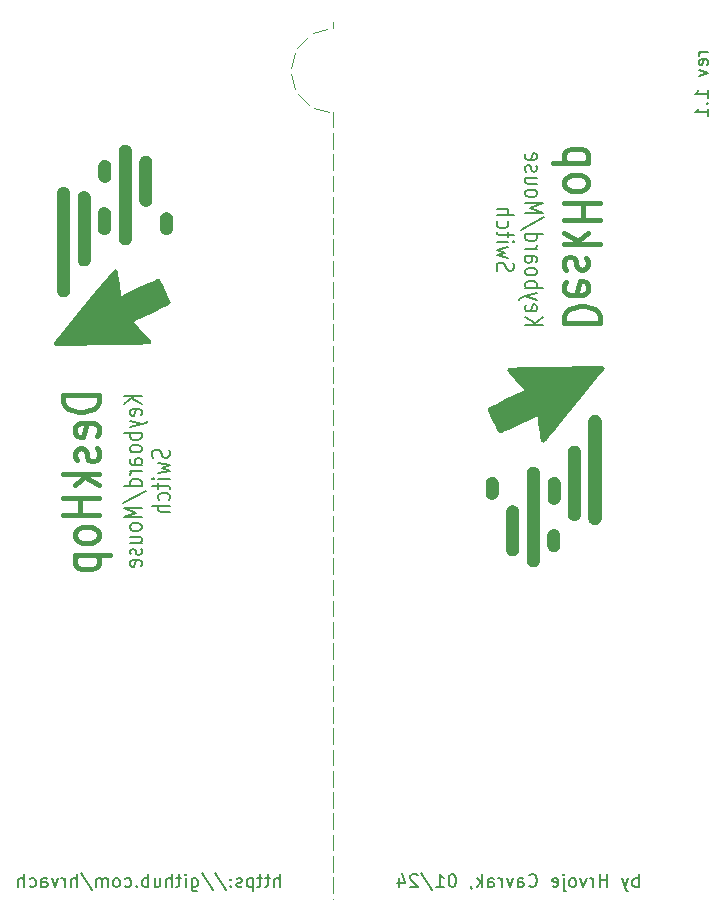
<source format=gbr>
%TF.GenerationSoftware,KiCad,Pcbnew,7.0.9*%
%TF.CreationDate,2024-01-30T21:05:40+01:00*%
%TF.ProjectId,DeskHop_Rev1,4465736b-486f-4705-9f52-6576312e6b69,rev?*%
%TF.SameCoordinates,Original*%
%TF.FileFunction,Legend,Bot*%
%TF.FilePolarity,Positive*%
%FSLAX46Y46*%
G04 Gerber Fmt 4.6, Leading zero omitted, Abs format (unit mm)*
G04 Created by KiCad (PCBNEW 7.0.9) date 2024-01-30 21:05:40*
%MOMM*%
%LPD*%
G01*
G04 APERTURE LIST*
%ADD10C,0.120000*%
%ADD11C,0.000000*%
%ADD12C,0.200000*%
%ADD13C,0.400000*%
G04 APERTURE END LIST*
D10*
X67310000Y-48738426D02*
X67309441Y-50058426D01*
X67309238Y-50538426D02*
X67308679Y-51858426D01*
X67308476Y-52338426D02*
X67307918Y-53658426D01*
X67307715Y-54138426D02*
X67307156Y-55458425D01*
X67306953Y-55938425D02*
X67306394Y-57258425D01*
X67306191Y-57738425D02*
X67305632Y-59058425D01*
X67305429Y-59538425D02*
X67304870Y-60858425D01*
X67304667Y-61338425D02*
X67304109Y-62658425D01*
X67303905Y-63138425D02*
X67303347Y-64458425D01*
X67303144Y-64938425D02*
X67302585Y-66258424D01*
X67302382Y-66738424D02*
X67301823Y-68058424D01*
X67301620Y-68538424D02*
X67301061Y-69858424D01*
X67300858Y-70338424D02*
X67300299Y-71658424D01*
X67300096Y-72138424D02*
X67299538Y-73458424D01*
X67299334Y-73938424D02*
X67298776Y-75258424D01*
X67298573Y-75738424D02*
X67298014Y-77058423D01*
X67297811Y-77538423D02*
X67297252Y-78858423D01*
X67297049Y-79338423D02*
X67296490Y-80658423D01*
X67296287Y-81138423D02*
X67295728Y-82458423D01*
X67295525Y-82938423D02*
X67294967Y-84258423D01*
X67294763Y-84738423D02*
X67294205Y-86058423D01*
X67294002Y-86538423D02*
X67293443Y-87858422D01*
X67293240Y-88338422D02*
X67292681Y-89658422D01*
X67292478Y-90138422D02*
X67291919Y-91458422D01*
X67291716Y-91938422D02*
X67291157Y-93258422D01*
X67290954Y-93738422D02*
X67290396Y-95058422D01*
X67290192Y-95538422D02*
X67289634Y-96858422D01*
X67289431Y-97338422D02*
X67288872Y-98658422D01*
X67288669Y-99138421D02*
X67288110Y-100458421D01*
X67287907Y-100938421D02*
X67287348Y-102258421D01*
X67287145Y-102738421D02*
X67286586Y-104058421D01*
X67286383Y-104538421D02*
X67285825Y-105858421D01*
X67285621Y-106338421D02*
X67285063Y-107658421D01*
X67284860Y-108138421D02*
X67284301Y-109458421D01*
X67284098Y-109938421D02*
X67283539Y-111258420D01*
X67283336Y-111738420D02*
X67282777Y-113058420D01*
X67282574Y-113538420D02*
X67282015Y-114858420D01*
X67281812Y-115338420D02*
X67281783Y-115407659D01*
D11*
G36*
X86028315Y-84071099D02*
G01*
X86056698Y-84073266D01*
X86084668Y-84076829D01*
X86112191Y-84081752D01*
X86139230Y-84088001D01*
X86165751Y-84095539D01*
X86191720Y-84104331D01*
X86217100Y-84114344D01*
X86241856Y-84125541D01*
X86265955Y-84137888D01*
X86289360Y-84151349D01*
X86312036Y-84165890D01*
X86333949Y-84181475D01*
X86355063Y-84198069D01*
X86375343Y-84215637D01*
X86394754Y-84234145D01*
X86413262Y-84253556D01*
X86430830Y-84273837D01*
X86447424Y-84294951D01*
X86463009Y-84316863D01*
X86477550Y-84339540D01*
X86491011Y-84362945D01*
X86503358Y-84387043D01*
X86514555Y-84411800D01*
X86524568Y-84437180D01*
X86533361Y-84463148D01*
X86540899Y-84489670D01*
X86547147Y-84516709D01*
X86552070Y-84544232D01*
X86555633Y-84572202D01*
X86557801Y-84600585D01*
X86558539Y-84629345D01*
X86558539Y-85445172D01*
X86557888Y-85472926D01*
X86555873Y-85500493D01*
X86552512Y-85527828D01*
X86547825Y-85554884D01*
X86541830Y-85581615D01*
X86534547Y-85607975D01*
X86525995Y-85633919D01*
X86516191Y-85659400D01*
X86505156Y-85684372D01*
X86492909Y-85708789D01*
X86479468Y-85732606D01*
X86464852Y-85755777D01*
X86449081Y-85778255D01*
X86432173Y-85799994D01*
X86414148Y-85820949D01*
X86395023Y-85841073D01*
X86374925Y-85860225D01*
X86353995Y-85878279D01*
X86332280Y-85895216D01*
X86309825Y-85911018D01*
X86286678Y-85925665D01*
X86262884Y-85939138D01*
X86238490Y-85951419D01*
X86213541Y-85962488D01*
X86188085Y-85972326D01*
X86162167Y-85980914D01*
X86135833Y-85988233D01*
X86109131Y-85994264D01*
X86082106Y-85998988D01*
X86054804Y-86002386D01*
X86027271Y-86004438D01*
X85999555Y-86005127D01*
X85971802Y-86004428D01*
X85944238Y-86002365D01*
X85916909Y-85998957D01*
X85889861Y-85994223D01*
X85863141Y-85988182D01*
X85836793Y-85980853D01*
X85810864Y-85972255D01*
X85785400Y-85962408D01*
X85760447Y-85951329D01*
X85736051Y-85939040D01*
X85712257Y-85925558D01*
X85689112Y-85910902D01*
X85666661Y-85895092D01*
X85644951Y-85878147D01*
X85624028Y-85860085D01*
X85603937Y-85840927D01*
X85584821Y-85820796D01*
X85566803Y-85799835D01*
X85549904Y-85778089D01*
X85534141Y-85755606D01*
X85519534Y-85732430D01*
X85506102Y-85708608D01*
X85493864Y-85684186D01*
X85482838Y-85659210D01*
X85473045Y-85633725D01*
X85464502Y-85607778D01*
X85457228Y-85581415D01*
X85451243Y-85554682D01*
X85446566Y-85527624D01*
X85443216Y-85500289D01*
X85441211Y-85472720D01*
X85440570Y-85444966D01*
X85440570Y-84629332D01*
X85441309Y-84600571D01*
X85443478Y-84572188D01*
X85447042Y-84544218D01*
X85451966Y-84516696D01*
X85458215Y-84489656D01*
X85465754Y-84463135D01*
X85474547Y-84437167D01*
X85484560Y-84411787D01*
X85495758Y-84387031D01*
X85508106Y-84362932D01*
X85521568Y-84339528D01*
X85536109Y-84316852D01*
X85551694Y-84294939D01*
X85568289Y-84273825D01*
X85585858Y-84253546D01*
X85604365Y-84234135D01*
X85623777Y-84215628D01*
X85644057Y-84198060D01*
X85665171Y-84181466D01*
X85687084Y-84165882D01*
X85709760Y-84151341D01*
X85733164Y-84137881D01*
X85757262Y-84125535D01*
X85782019Y-84114338D01*
X85807398Y-84104326D01*
X85833365Y-84095534D01*
X85859886Y-84087997D01*
X85886924Y-84081749D01*
X85914445Y-84076827D01*
X85942414Y-84073265D01*
X85970796Y-84071098D01*
X85999555Y-84070361D01*
X86028315Y-84071099D01*
G37*
G36*
X48882416Y-62074785D02*
G01*
X48889291Y-62075364D01*
X48896282Y-62076316D01*
X48903371Y-62077628D01*
X48910543Y-62079289D01*
X48917782Y-62081288D01*
X48925072Y-62083612D01*
X48932396Y-62086251D01*
X48947082Y-62092424D01*
X48961714Y-62099716D01*
X48976161Y-62108033D01*
X48990295Y-62117283D01*
X49003987Y-62127372D01*
X49017109Y-62138209D01*
X49029531Y-62149701D01*
X49041125Y-62161755D01*
X49051762Y-62174278D01*
X49056681Y-62180687D01*
X49061313Y-62187178D01*
X49065641Y-62193740D01*
X49069649Y-62200362D01*
X49073321Y-62207032D01*
X49076641Y-62213738D01*
X49083986Y-62246795D01*
X49096140Y-62317703D01*
X49132124Y-62555281D01*
X49179096Y-62890895D01*
X49231562Y-63288967D01*
X49282657Y-63683352D01*
X49326301Y-64008953D01*
X49358164Y-64231773D01*
X49368325Y-64294017D01*
X49371726Y-64310987D01*
X49373917Y-64317816D01*
X49407813Y-64305686D01*
X49499066Y-64265044D01*
X49828719Y-64110677D01*
X50902141Y-63596779D01*
X51297470Y-63405451D01*
X51626414Y-63247329D01*
X51894026Y-63120041D01*
X52105359Y-63021215D01*
X52265468Y-62948479D01*
X52379405Y-62899461D01*
X52420638Y-62883106D01*
X52452224Y-62871790D01*
X52474793Y-62865218D01*
X52488979Y-62863094D01*
X52496447Y-62863241D01*
X52503932Y-62863680D01*
X52511424Y-62864407D01*
X52518915Y-62865416D01*
X52526397Y-62866703D01*
X52533862Y-62868263D01*
X52541300Y-62870093D01*
X52548704Y-62872186D01*
X52556065Y-62874538D01*
X52563375Y-62877145D01*
X52577807Y-62883106D01*
X52591932Y-62890030D01*
X52605683Y-62897881D01*
X52618992Y-62906620D01*
X52631793Y-62916213D01*
X52644018Y-62926621D01*
X52649893Y-62932119D01*
X52655599Y-62937807D01*
X52661127Y-62943680D01*
X52666468Y-62949734D01*
X52671616Y-62955964D01*
X52676560Y-62962365D01*
X52681292Y-62968933D01*
X52685805Y-62975664D01*
X52690089Y-62982551D01*
X52694137Y-62989592D01*
X52770874Y-63142658D01*
X52887256Y-63383975D01*
X53177720Y-64000519D01*
X53443066Y-64577533D01*
X53528050Y-64769438D01*
X53560830Y-64853326D01*
X53561467Y-64862624D01*
X53561791Y-64871575D01*
X53561782Y-64880231D01*
X53561424Y-64888639D01*
X53560697Y-64896849D01*
X53559583Y-64904911D01*
X53558064Y-64912875D01*
X53556122Y-64920789D01*
X53553738Y-64928703D01*
X53550894Y-64936667D01*
X53547573Y-64944730D01*
X53543754Y-64952941D01*
X53539421Y-64961350D01*
X53534555Y-64970006D01*
X53529138Y-64978958D01*
X53523151Y-64988257D01*
X53500923Y-65012708D01*
X53455241Y-65045510D01*
X53375214Y-65092246D01*
X53249950Y-65158501D01*
X52820137Y-65371900D01*
X52078662Y-65730376D01*
X50550439Y-66472498D01*
X50420647Y-66535748D01*
X50889582Y-67037523D01*
X51231244Y-67394312D01*
X51368672Y-67538212D01*
X51485959Y-67661514D01*
X51584699Y-67766013D01*
X51627612Y-67811774D01*
X51666486Y-67853509D01*
X51701521Y-67891442D01*
X51732916Y-67925797D01*
X51760869Y-67956801D01*
X51785582Y-67984676D01*
X51807252Y-68009649D01*
X51826080Y-68031943D01*
X51842264Y-68051784D01*
X51856005Y-68069395D01*
X51867500Y-68085003D01*
X51876950Y-68098830D01*
X51884554Y-68111103D01*
X51887726Y-68116726D01*
X51890511Y-68122045D01*
X51892935Y-68127088D01*
X51895021Y-68131882D01*
X51896796Y-68136456D01*
X51898283Y-68140838D01*
X51899508Y-68145055D01*
X51900496Y-68149137D01*
X51901860Y-68157005D01*
X51902573Y-68164666D01*
X51902836Y-68172345D01*
X51902808Y-68188654D01*
X51902661Y-68197744D01*
X51902225Y-68206822D01*
X51901503Y-68215874D01*
X51900501Y-68224890D01*
X51899223Y-68233856D01*
X51897674Y-68242761D01*
X51895858Y-68251591D01*
X51893779Y-68260335D01*
X51891443Y-68268980D01*
X51888854Y-68277514D01*
X51886017Y-68285924D01*
X51882936Y-68294199D01*
X51879616Y-68302325D01*
X51876061Y-68310291D01*
X51872276Y-68318084D01*
X51868266Y-68325691D01*
X51864035Y-68333101D01*
X51859587Y-68340301D01*
X51854928Y-68347278D01*
X51850063Y-68354021D01*
X51844995Y-68360517D01*
X51839729Y-68366753D01*
X51834270Y-68372718D01*
X51828622Y-68378398D01*
X51822790Y-68383782D01*
X51816779Y-68388858D01*
X51810593Y-68393612D01*
X51804237Y-68398032D01*
X51797716Y-68402107D01*
X51791034Y-68405823D01*
X51784195Y-68409169D01*
X51777204Y-68412132D01*
X50505889Y-68451597D01*
X47789696Y-68503317D01*
X45077428Y-68543177D01*
X43817886Y-68547063D01*
X43812251Y-68543658D01*
X43806364Y-68539791D01*
X43800270Y-68535490D01*
X43794010Y-68530789D01*
X43787627Y-68525717D01*
X43781165Y-68520305D01*
X43774667Y-68514584D01*
X43768174Y-68508585D01*
X43761730Y-68502339D01*
X43755378Y-68495878D01*
X43749160Y-68489231D01*
X43743120Y-68482429D01*
X43737300Y-68475505D01*
X43731742Y-68468487D01*
X43726491Y-68461409D01*
X43721589Y-68454299D01*
X43721577Y-68454297D01*
X43712698Y-68440857D01*
X43704891Y-68427416D01*
X43698152Y-68413976D01*
X43692473Y-68400536D01*
X43687850Y-68387095D01*
X43684275Y-68373655D01*
X43681743Y-68360214D01*
X43680246Y-68346774D01*
X43679780Y-68333334D01*
X43680338Y-68319893D01*
X43681913Y-68306453D01*
X43684500Y-68293012D01*
X43688092Y-68279572D01*
X43692683Y-68266132D01*
X43698267Y-68252691D01*
X43704837Y-68239251D01*
X43865379Y-68034812D01*
X44285772Y-67517686D01*
X45651752Y-65856875D01*
X47176311Y-64006844D01*
X48138775Y-62833577D01*
X48261585Y-62683427D01*
X48374681Y-62547112D01*
X48476590Y-62426215D01*
X48565841Y-62322316D01*
X48640960Y-62236996D01*
X48700477Y-62171837D01*
X48723924Y-62147311D01*
X48742918Y-62128418D01*
X48757276Y-62115356D01*
X48766813Y-62108321D01*
X48773279Y-62105162D01*
X48780075Y-62102028D01*
X48794416Y-62095932D01*
X48809346Y-62090233D01*
X48816878Y-62087594D01*
X48824374Y-62085128D01*
X48831772Y-62082859D01*
X48839011Y-62080813D01*
X48846029Y-62079014D01*
X48852766Y-62077487D01*
X48859160Y-62076256D01*
X48865149Y-62075346D01*
X48870674Y-62074782D01*
X48875671Y-62074589D01*
X48882416Y-62074785D01*
G37*
G36*
X48003369Y-52807038D02*
G01*
X48030933Y-52809101D01*
X48058262Y-52812509D01*
X48085310Y-52817243D01*
X48112030Y-52823284D01*
X48138378Y-52830613D01*
X48164307Y-52839211D01*
X48189771Y-52849058D01*
X48214724Y-52860137D01*
X48239120Y-52872426D01*
X48262914Y-52885908D01*
X48286059Y-52900564D01*
X48308510Y-52916374D01*
X48330220Y-52933319D01*
X48351143Y-52951381D01*
X48371234Y-52970539D01*
X48390350Y-52990670D01*
X48408368Y-53011631D01*
X48425267Y-53033377D01*
X48441030Y-53055860D01*
X48455637Y-53079036D01*
X48469069Y-53102858D01*
X48481307Y-53127280D01*
X48492333Y-53152256D01*
X48502126Y-53177741D01*
X48510669Y-53203688D01*
X48517943Y-53230051D01*
X48523928Y-53256784D01*
X48528605Y-53283842D01*
X48531955Y-53311177D01*
X48533960Y-53338746D01*
X48534601Y-53366500D01*
X48534601Y-54182134D01*
X48533862Y-54210895D01*
X48531693Y-54239278D01*
X48528129Y-54267248D01*
X48523205Y-54294770D01*
X48516956Y-54321810D01*
X48509417Y-54348331D01*
X48500624Y-54374299D01*
X48490611Y-54399679D01*
X48479413Y-54424435D01*
X48467065Y-54448534D01*
X48453603Y-54471938D01*
X48439062Y-54494614D01*
X48423477Y-54516527D01*
X48406882Y-54537641D01*
X48389313Y-54557920D01*
X48370806Y-54577331D01*
X48351394Y-54595838D01*
X48331114Y-54613406D01*
X48310000Y-54630000D01*
X48288087Y-54645584D01*
X48265411Y-54660125D01*
X48242007Y-54673585D01*
X48217909Y-54685931D01*
X48193152Y-54697128D01*
X48167773Y-54707140D01*
X48141806Y-54715932D01*
X48115285Y-54723469D01*
X48088247Y-54729717D01*
X48060726Y-54734639D01*
X48032757Y-54738201D01*
X48004375Y-54740368D01*
X47975616Y-54741105D01*
X47946856Y-54740367D01*
X47918473Y-54738200D01*
X47890503Y-54734637D01*
X47862980Y-54729714D01*
X47835941Y-54723465D01*
X47809420Y-54715927D01*
X47783451Y-54707135D01*
X47758071Y-54697122D01*
X47733315Y-54685925D01*
X47709216Y-54673578D01*
X47685811Y-54660117D01*
X47663135Y-54645576D01*
X47641222Y-54629991D01*
X47620108Y-54613397D01*
X47599828Y-54595829D01*
X47580417Y-54577321D01*
X47561909Y-54557910D01*
X47544341Y-54537629D01*
X47527747Y-54516515D01*
X47512162Y-54494603D01*
X47497621Y-54471926D01*
X47484160Y-54448521D01*
X47471813Y-54424423D01*
X47460616Y-54399666D01*
X47450603Y-54374286D01*
X47441810Y-54348318D01*
X47434272Y-54321796D01*
X47428024Y-54294757D01*
X47423101Y-54267234D01*
X47419538Y-54239264D01*
X47417370Y-54210881D01*
X47416632Y-54182121D01*
X47416632Y-53366294D01*
X47417283Y-53338540D01*
X47419298Y-53310973D01*
X47422659Y-53283638D01*
X47427346Y-53256582D01*
X47433341Y-53229851D01*
X47440624Y-53203491D01*
X47449176Y-53177547D01*
X47458980Y-53152066D01*
X47470015Y-53127094D01*
X47482262Y-53102677D01*
X47495703Y-53078860D01*
X47510319Y-53055689D01*
X47526090Y-53033211D01*
X47542998Y-53011472D01*
X47561023Y-52990517D01*
X47580148Y-52970393D01*
X47600246Y-52951241D01*
X47621176Y-52933187D01*
X47642891Y-52916250D01*
X47665346Y-52900448D01*
X47688493Y-52885801D01*
X47712287Y-52872328D01*
X47736681Y-52860047D01*
X47761630Y-52848978D01*
X47787086Y-52839140D01*
X47813004Y-52830552D01*
X47839338Y-52823233D01*
X47866040Y-52817202D01*
X47893065Y-52812478D01*
X47920367Y-52809080D01*
X47947900Y-52807028D01*
X47975616Y-52806339D01*
X48003369Y-52807038D01*
G37*
D10*
X66937741Y-48748460D02*
X65680288Y-48372564D01*
X65269784Y-48124498D02*
X64352268Y-47186070D01*
X64113515Y-46770080D02*
X63766049Y-45504477D01*
X63758926Y-45024894D02*
X64068655Y-43749530D01*
X64294950Y-43326634D02*
X65184193Y-42361372D01*
X65587149Y-42101225D02*
X66832885Y-41688154D01*
D11*
G36*
X82545507Y-82043755D02*
G01*
X82573890Y-82045923D01*
X82601860Y-82049486D01*
X82629383Y-82054409D01*
X82656422Y-82060658D01*
X82682944Y-82068196D01*
X82708912Y-82076989D01*
X82734292Y-82087001D01*
X82759048Y-82098198D01*
X82783147Y-82110545D01*
X82806552Y-82124006D01*
X82829228Y-82138547D01*
X82851141Y-82154132D01*
X82872255Y-82170726D01*
X82892535Y-82188295D01*
X82911946Y-82206802D01*
X82930454Y-82226213D01*
X82948022Y-82246494D01*
X82964616Y-82267608D01*
X82980201Y-82289520D01*
X82994742Y-82312197D01*
X83008203Y-82335602D01*
X83020550Y-82359700D01*
X83031747Y-82384457D01*
X83041760Y-82409837D01*
X83050553Y-82435805D01*
X83058091Y-82462326D01*
X83064339Y-82489366D01*
X83069262Y-82516888D01*
X83072825Y-82544858D01*
X83074993Y-82573241D01*
X83075731Y-82602002D01*
X83075731Y-85807094D01*
X83074992Y-85835854D01*
X83072824Y-85864237D01*
X83069260Y-85892207D01*
X83064336Y-85919730D01*
X83058087Y-85946769D01*
X83050548Y-85973290D01*
X83041754Y-85999258D01*
X83031741Y-86024638D01*
X83020543Y-86049395D01*
X83008195Y-86073493D01*
X82994734Y-86096897D01*
X82980192Y-86119574D01*
X82964607Y-86141486D01*
X82948012Y-86162600D01*
X82930444Y-86182880D01*
X82911936Y-86202291D01*
X82892525Y-86220798D01*
X82872244Y-86238366D01*
X82851130Y-86254959D01*
X82829218Y-86270544D01*
X82806541Y-86285084D01*
X82783137Y-86298545D01*
X82759039Y-86310891D01*
X82734283Y-86322087D01*
X82708903Y-86332099D01*
X82682936Y-86340891D01*
X82656416Y-86348429D01*
X82629377Y-86354676D01*
X82601856Y-86359598D01*
X82573887Y-86363160D01*
X82545506Y-86365327D01*
X82516747Y-86366064D01*
X82487986Y-86365327D01*
X82459603Y-86363159D01*
X82431632Y-86359596D01*
X82404110Y-86354673D01*
X82377070Y-86348425D01*
X82350549Y-86340887D01*
X82324580Y-86332094D01*
X82299200Y-86322082D01*
X82274443Y-86310885D01*
X82250344Y-86298538D01*
X82226939Y-86285077D01*
X82204263Y-86270537D01*
X82182350Y-86254952D01*
X82161236Y-86238358D01*
X82140955Y-86220789D01*
X82121544Y-86202282D01*
X82103036Y-86182871D01*
X82085468Y-86162591D01*
X82068874Y-86141477D01*
X82053288Y-86119564D01*
X82038748Y-86096887D01*
X82025286Y-86073482D01*
X82012939Y-86049384D01*
X82001742Y-86024627D01*
X81991729Y-85999247D01*
X81982936Y-85973279D01*
X81975398Y-85946757D01*
X81969150Y-85919717D01*
X81964227Y-85892195D01*
X81960663Y-85864224D01*
X81958495Y-85835841D01*
X81957758Y-85807080D01*
X81957758Y-82601993D01*
X81958496Y-82573231D01*
X81960664Y-82544848D01*
X81964228Y-82516878D01*
X81969152Y-82489355D01*
X81975401Y-82462316D01*
X81982939Y-82435794D01*
X81991733Y-82409826D01*
X82001746Y-82384446D01*
X82012944Y-82359689D01*
X82025291Y-82335591D01*
X82038753Y-82312186D01*
X82053294Y-82289510D01*
X82068880Y-82267597D01*
X82085474Y-82246483D01*
X82103043Y-82226203D01*
X82121551Y-82206792D01*
X82140962Y-82188285D01*
X82161243Y-82170717D01*
X82182357Y-82154124D01*
X82204270Y-82138539D01*
X82226947Y-82123999D01*
X82250351Y-82110538D01*
X82274450Y-82098192D01*
X82299206Y-82086995D01*
X82324586Y-82076983D01*
X82350554Y-82068191D01*
X82377075Y-82060654D01*
X82404114Y-82054406D01*
X82431635Y-82049484D01*
X82459605Y-82045921D01*
X82487987Y-82043754D01*
X82516747Y-82043017D01*
X82545507Y-82043755D01*
G37*
G36*
X53228594Y-57235588D02*
G01*
X53256977Y-57237756D01*
X53284947Y-57241319D01*
X53312469Y-57246242D01*
X53339509Y-57252491D01*
X53366030Y-57260029D01*
X53391998Y-57268822D01*
X53417378Y-57278834D01*
X53442135Y-57290031D01*
X53466233Y-57302378D01*
X53489638Y-57315840D01*
X53512315Y-57330380D01*
X53534228Y-57345965D01*
X53555342Y-57362559D01*
X53575622Y-57380128D01*
X53595033Y-57398635D01*
X53613541Y-57418046D01*
X53631109Y-57438327D01*
X53647703Y-57459441D01*
X53663288Y-57481353D01*
X53677829Y-57504030D01*
X53691290Y-57527435D01*
X53703637Y-57551533D01*
X53714834Y-57576290D01*
X53724847Y-57601670D01*
X53733640Y-57627638D01*
X53741178Y-57654159D01*
X53747426Y-57681199D01*
X53752349Y-57708721D01*
X53755912Y-57736691D01*
X53758080Y-57765074D01*
X53758817Y-57793835D01*
X53758817Y-58610650D01*
X53758079Y-58639411D01*
X53755910Y-58667793D01*
X53752346Y-58695764D01*
X53747422Y-58723286D01*
X53741174Y-58750325D01*
X53733635Y-58776846D01*
X53724841Y-58802814D01*
X53714828Y-58828194D01*
X53703630Y-58852950D01*
X53691283Y-58877048D01*
X53677821Y-58900453D01*
X53663280Y-58923129D01*
X53647694Y-58945041D01*
X53631099Y-58966154D01*
X53613531Y-58986434D01*
X53595023Y-59005845D01*
X53575612Y-59024352D01*
X53555331Y-59041920D01*
X53534217Y-59058513D01*
X53512304Y-59074098D01*
X53489628Y-59088638D01*
X53466224Y-59102098D01*
X53442126Y-59114444D01*
X53417369Y-59125641D01*
X53391990Y-59135653D01*
X53366022Y-59144445D01*
X53339502Y-59151982D01*
X53312463Y-59158230D01*
X53284942Y-59163152D01*
X53256973Y-59166714D01*
X53228592Y-59168881D01*
X53199833Y-59169618D01*
X53171072Y-59168881D01*
X53142689Y-59166713D01*
X53114719Y-59163149D01*
X53087197Y-59158226D01*
X53060157Y-59151978D01*
X53033636Y-59144440D01*
X53007668Y-59135647D01*
X52982287Y-59125634D01*
X52957531Y-59114437D01*
X52933432Y-59102090D01*
X52910027Y-59088629D01*
X52887351Y-59074088D01*
X52865438Y-59058503D01*
X52844324Y-59041909D01*
X52824044Y-59024341D01*
X52804632Y-59005834D01*
X52786125Y-58986422D01*
X52768557Y-58966142D01*
X52751962Y-58945028D01*
X52736377Y-58923115D01*
X52721837Y-58900439D01*
X52708375Y-58877034D01*
X52696029Y-58852936D01*
X52684831Y-58828179D01*
X52674819Y-58802799D01*
X52666026Y-58776831D01*
X52658488Y-58750309D01*
X52652240Y-58723270D01*
X52647317Y-58695748D01*
X52643754Y-58667778D01*
X52641586Y-58639395D01*
X52640848Y-58610634D01*
X52640848Y-57793819D01*
X52641587Y-57765058D01*
X52643756Y-57736675D01*
X52647319Y-57708705D01*
X52652243Y-57681183D01*
X52658492Y-57654144D01*
X52666031Y-57627623D01*
X52674825Y-57601655D01*
X52684838Y-57576275D01*
X52696036Y-57551518D01*
X52708383Y-57527420D01*
X52721845Y-57504016D01*
X52736386Y-57481340D01*
X52751972Y-57459428D01*
X52768566Y-57438314D01*
X52786135Y-57418034D01*
X52804643Y-57398624D01*
X52824054Y-57380117D01*
X52844335Y-57362549D01*
X52865449Y-57345955D01*
X52887361Y-57330371D01*
X52910038Y-57315831D01*
X52933442Y-57302370D01*
X52957540Y-57290024D01*
X52982296Y-57278828D01*
X53007676Y-57268816D01*
X53033643Y-57260024D01*
X53060164Y-57252487D01*
X53087202Y-57246239D01*
X53114723Y-57241317D01*
X53142692Y-57237754D01*
X53171074Y-57235587D01*
X53199833Y-57234850D01*
X53228594Y-57235588D01*
G37*
G36*
X80804099Y-79642585D02*
G01*
X80832482Y-79644753D01*
X80860452Y-79648317D01*
X80887974Y-79653240D01*
X80915014Y-79659488D01*
X80941535Y-79667026D01*
X80967503Y-79675819D01*
X80992884Y-79685832D01*
X81017640Y-79697029D01*
X81041739Y-79709376D01*
X81065144Y-79722837D01*
X81087820Y-79737378D01*
X81109733Y-79752963D01*
X81130847Y-79769557D01*
X81151127Y-79787125D01*
X81170539Y-79805632D01*
X81189046Y-79825044D01*
X81206614Y-79845324D01*
X81223209Y-79866438D01*
X81238794Y-79888351D01*
X81253334Y-79911027D01*
X81266796Y-79934432D01*
X81279142Y-79958530D01*
X81290340Y-79983287D01*
X81300352Y-80008667D01*
X81309145Y-80034635D01*
X81316683Y-80061157D01*
X81322931Y-80088196D01*
X81327854Y-80115718D01*
X81331417Y-80143688D01*
X81333585Y-80172071D01*
X81334323Y-80200832D01*
X81334323Y-81017647D01*
X81333584Y-81046408D01*
X81331415Y-81074791D01*
X81327852Y-81102761D01*
X81322928Y-81130283D01*
X81316679Y-81157322D01*
X81309140Y-81183843D01*
X81300346Y-81209811D01*
X81290333Y-81235191D01*
X81279135Y-81259948D01*
X81266788Y-81284046D01*
X81253326Y-81307450D01*
X81238785Y-81330126D01*
X81223199Y-81352038D01*
X81206605Y-81373152D01*
X81189036Y-81393432D01*
X81170528Y-81412842D01*
X81151117Y-81431349D01*
X81130836Y-81448917D01*
X81109722Y-81465511D01*
X81087810Y-81481095D01*
X81065133Y-81495635D01*
X81041729Y-81509096D01*
X81017631Y-81521442D01*
X80992875Y-81532638D01*
X80967495Y-81542650D01*
X80941528Y-81551442D01*
X80915007Y-81558979D01*
X80887969Y-81565227D01*
X80860448Y-81570149D01*
X80832479Y-81573712D01*
X80804097Y-81575879D01*
X80775338Y-81576616D01*
X80746577Y-81575878D01*
X80718194Y-81573710D01*
X80690224Y-81570147D01*
X80662702Y-81565224D01*
X80635662Y-81558975D01*
X80609141Y-81551437D01*
X80583173Y-81542644D01*
X80557793Y-81532632D01*
X80533036Y-81521435D01*
X80508938Y-81509088D01*
X80485533Y-81495626D01*
X80462856Y-81481086D01*
X80440943Y-81465501D01*
X80419829Y-81448907D01*
X80399549Y-81431338D01*
X80380138Y-81412831D01*
X80361630Y-81393420D01*
X80344062Y-81373139D01*
X80327468Y-81352025D01*
X80311883Y-81330113D01*
X80297342Y-81307436D01*
X80283881Y-81284031D01*
X80271534Y-81259933D01*
X80260337Y-81235176D01*
X80250324Y-81209796D01*
X80241531Y-81183828D01*
X80233993Y-81157307D01*
X80227745Y-81130267D01*
X80222822Y-81102745D01*
X80219259Y-81074775D01*
X80217091Y-81046392D01*
X80216354Y-81017631D01*
X80216354Y-80200816D01*
X80217092Y-80172055D01*
X80219261Y-80143673D01*
X80222825Y-80115702D01*
X80227749Y-80088180D01*
X80233997Y-80061141D01*
X80241536Y-80034620D01*
X80250330Y-80008652D01*
X80260343Y-79983272D01*
X80271541Y-79958516D01*
X80283888Y-79934418D01*
X80297350Y-79911013D01*
X80311891Y-79888337D01*
X80327477Y-79866425D01*
X80344072Y-79845312D01*
X80361640Y-79825032D01*
X80380148Y-79805621D01*
X80399559Y-79787114D01*
X80419840Y-79769546D01*
X80440954Y-79752953D01*
X80462867Y-79737368D01*
X80485543Y-79722828D01*
X80508947Y-79709368D01*
X80533045Y-79697022D01*
X80557802Y-79685825D01*
X80583181Y-79675813D01*
X80609149Y-79667021D01*
X80635669Y-79659484D01*
X80662708Y-79653236D01*
X80690229Y-79648314D01*
X80718198Y-79644752D01*
X80746579Y-79642585D01*
X80775338Y-79641848D01*
X80804099Y-79642585D01*
G37*
G36*
X46262966Y-55435588D02*
G01*
X46291349Y-55437756D01*
X46319319Y-55441319D01*
X46346842Y-55446242D01*
X46373881Y-55452490D01*
X46400402Y-55460028D01*
X46426371Y-55468821D01*
X46451751Y-55478833D01*
X46476507Y-55490030D01*
X46500606Y-55502377D01*
X46524011Y-55515839D01*
X46546687Y-55530379D01*
X46568600Y-55545964D01*
X46589714Y-55562558D01*
X46609994Y-55580127D01*
X46629405Y-55598634D01*
X46647913Y-55618046D01*
X46665481Y-55638326D01*
X46682075Y-55659440D01*
X46697660Y-55681353D01*
X46712201Y-55704029D01*
X46725662Y-55727434D01*
X46738009Y-55751533D01*
X46749206Y-55776289D01*
X46759219Y-55801669D01*
X46768012Y-55827638D01*
X46775550Y-55854159D01*
X46781798Y-55881199D01*
X46786721Y-55908721D01*
X46790284Y-55936691D01*
X46792452Y-55965074D01*
X46793190Y-55993835D01*
X46793190Y-61268465D01*
X46792451Y-61297225D01*
X46790282Y-61325608D01*
X46786719Y-61353578D01*
X46781794Y-61381101D01*
X46775546Y-61408140D01*
X46768007Y-61434661D01*
X46759213Y-61460629D01*
X46749200Y-61486009D01*
X46738002Y-61510765D01*
X46725654Y-61534863D01*
X46712192Y-61558268D01*
X46697651Y-61580943D01*
X46682066Y-61602856D01*
X46665471Y-61623969D01*
X46647903Y-61644249D01*
X46629395Y-61663660D01*
X46609983Y-61682167D01*
X46589703Y-61699734D01*
X46568589Y-61716328D01*
X46546677Y-61731912D01*
X46524000Y-61746452D01*
X46500596Y-61759913D01*
X46476498Y-61772259D01*
X46451742Y-61783456D01*
X46426362Y-61793467D01*
X46400395Y-61802260D01*
X46373874Y-61809797D01*
X46346836Y-61816044D01*
X46319315Y-61820967D01*
X46291346Y-61824529D01*
X46262965Y-61826696D01*
X46234206Y-61827433D01*
X46205445Y-61826695D01*
X46177062Y-61824527D01*
X46149092Y-61820964D01*
X46121569Y-61816041D01*
X46094530Y-61809793D01*
X46068009Y-61802255D01*
X46042041Y-61793462D01*
X46016661Y-61783449D01*
X45991904Y-61772252D01*
X45967805Y-61759905D01*
X45944401Y-61746444D01*
X45921724Y-61731903D01*
X45899811Y-61716318D01*
X45878697Y-61699724D01*
X45858417Y-61682156D01*
X45839006Y-61663648D01*
X45820499Y-61644237D01*
X45802930Y-61623957D01*
X45786336Y-61602843D01*
X45770751Y-61580930D01*
X45756210Y-61558254D01*
X45742749Y-61534849D01*
X45730402Y-61510750D01*
X45719205Y-61485994D01*
X45709192Y-61460614D01*
X45700400Y-61434646D01*
X45692861Y-61408124D01*
X45686613Y-61381085D01*
X45681690Y-61353563D01*
X45678127Y-61325592D01*
X45675959Y-61297209D01*
X45675221Y-61268449D01*
X45675221Y-55993821D01*
X45675960Y-55965060D01*
X45678129Y-55936677D01*
X45681693Y-55908707D01*
X45686617Y-55881185D01*
X45692866Y-55854146D01*
X45700405Y-55827624D01*
X45709198Y-55801656D01*
X45719211Y-55776276D01*
X45730409Y-55751520D01*
X45742757Y-55727422D01*
X45756219Y-55704017D01*
X45770760Y-55681341D01*
X45786345Y-55659428D01*
X45802940Y-55638315D01*
X45820509Y-55618035D01*
X45839016Y-55598624D01*
X45858428Y-55580117D01*
X45878708Y-55562549D01*
X45899822Y-55545955D01*
X45921735Y-55530371D01*
X45944411Y-55515831D01*
X45967815Y-55502370D01*
X45991913Y-55490024D01*
X46016670Y-55478827D01*
X46042049Y-55468815D01*
X46068016Y-55460023D01*
X46094537Y-55452486D01*
X46121575Y-55446239D01*
X46149096Y-55441316D01*
X46177065Y-55437754D01*
X46205447Y-55435587D01*
X46234206Y-55434850D01*
X46262966Y-55435588D01*
G37*
D10*
X67310000Y-41656000D02*
X67310000Y-41148000D01*
D11*
G36*
X89511130Y-74380862D02*
G01*
X89539513Y-74383030D01*
X89567484Y-74386593D01*
X89595006Y-74391516D01*
X89622046Y-74397765D01*
X89648567Y-74405303D01*
X89674536Y-74414096D01*
X89699916Y-74424108D01*
X89724673Y-74435306D01*
X89748771Y-74447652D01*
X89772176Y-74461114D01*
X89794852Y-74475654D01*
X89816765Y-74491240D01*
X89837879Y-74507834D01*
X89858159Y-74525402D01*
X89877571Y-74543910D01*
X89896078Y-74563321D01*
X89913646Y-74583601D01*
X89930241Y-74604716D01*
X89945826Y-74626629D01*
X89960366Y-74649305D01*
X89973827Y-74672710D01*
X89986174Y-74696809D01*
X89997371Y-74721566D01*
X90007384Y-74746946D01*
X90016176Y-74772914D01*
X90023714Y-74799436D01*
X90029962Y-74826476D01*
X90034885Y-74853998D01*
X90038448Y-74881969D01*
X90040616Y-74910352D01*
X90041354Y-74939113D01*
X90041354Y-83170379D01*
X90040712Y-83198134D01*
X90038707Y-83225702D01*
X90035355Y-83253037D01*
X90030677Y-83280095D01*
X90024691Y-83306828D01*
X90017417Y-83333190D01*
X90008873Y-83359137D01*
X89999079Y-83384621D01*
X89988052Y-83409597D01*
X89975813Y-83434018D01*
X89962380Y-83457840D01*
X89947773Y-83481015D01*
X89932009Y-83503498D01*
X89915109Y-83525244D01*
X89897091Y-83546205D01*
X89877973Y-83566336D01*
X89857882Y-83585494D01*
X89836957Y-83603555D01*
X89815247Y-83620500D01*
X89792796Y-83636309D01*
X89769651Y-83650964D01*
X89745858Y-83664446D01*
X89721462Y-83676734D01*
X89696509Y-83687811D01*
X89671046Y-83697658D01*
X89645118Y-83706254D01*
X89618772Y-83713582D01*
X89592053Y-83719622D01*
X89565007Y-83724355D01*
X89537681Y-83727762D01*
X89510120Y-83729824D01*
X89482369Y-83730522D01*
X89454616Y-83729823D01*
X89427053Y-83727760D01*
X89399724Y-83724352D01*
X89372676Y-83719618D01*
X89345956Y-83713577D01*
X89319608Y-83706248D01*
X89293680Y-83697650D01*
X89268216Y-83687803D01*
X89243263Y-83676725D01*
X89218867Y-83664435D01*
X89195073Y-83650953D01*
X89171929Y-83636297D01*
X89149478Y-83620487D01*
X89127768Y-83603542D01*
X89106845Y-83585481D01*
X89086754Y-83566322D01*
X89067638Y-83546191D01*
X89049620Y-83525230D01*
X89032720Y-83503485D01*
X89016958Y-83481001D01*
X89002351Y-83457826D01*
X88988918Y-83434005D01*
X88976680Y-83409583D01*
X88965654Y-83384607D01*
X88955860Y-83359123D01*
X88947317Y-83333177D01*
X88940044Y-83306814D01*
X88934059Y-83280081D01*
X88929381Y-83253024D01*
X88926031Y-83225688D01*
X88924026Y-83198120D01*
X88923385Y-83170366D01*
X88923385Y-74938903D01*
X88924133Y-74910142D01*
X88926312Y-74881760D01*
X88929885Y-74853791D01*
X88934818Y-74826270D01*
X88941076Y-74799233D01*
X88948624Y-74772714D01*
X88957425Y-74746749D01*
X88967446Y-74721373D01*
X88978652Y-74696620D01*
X88991006Y-74672526D01*
X89004473Y-74649126D01*
X89019020Y-74626455D01*
X89034610Y-74604548D01*
X89051209Y-74583440D01*
X89068781Y-74563166D01*
X89087291Y-74543761D01*
X89106704Y-74525261D01*
X89126985Y-74507700D01*
X89148098Y-74491114D01*
X89170010Y-74475537D01*
X89192683Y-74461005D01*
X89216085Y-74447552D01*
X89240178Y-74435214D01*
X89264928Y-74424026D01*
X89290301Y-74414023D01*
X89316260Y-74405240D01*
X89342770Y-74397712D01*
X89369798Y-74391474D01*
X89397306Y-74386561D01*
X89425261Y-74383009D01*
X89453627Y-74380851D01*
X89482369Y-74380124D01*
X89511130Y-74380862D01*
G37*
G36*
X84286911Y-78769536D02*
G01*
X84315294Y-78771704D01*
X84343264Y-78775267D01*
X84370787Y-78780191D01*
X84397826Y-78786439D01*
X84424347Y-78793977D01*
X84450316Y-78802770D01*
X84475696Y-78812782D01*
X84500452Y-78823980D01*
X84524551Y-78836326D01*
X84547956Y-78849788D01*
X84570632Y-78864328D01*
X84592545Y-78879913D01*
X84613659Y-78896508D01*
X84633939Y-78914076D01*
X84653350Y-78932583D01*
X84671858Y-78951995D01*
X84689426Y-78972275D01*
X84706020Y-78993389D01*
X84721605Y-79015302D01*
X84736146Y-79037978D01*
X84749607Y-79061383D01*
X84761954Y-79085481D01*
X84773151Y-79110238D01*
X84783164Y-79135618D01*
X84791957Y-79161586D01*
X84799495Y-79188107D01*
X84805743Y-79215147D01*
X84810666Y-79242669D01*
X84814229Y-79270639D01*
X84816397Y-79299022D01*
X84817135Y-79327783D01*
X84817135Y-86739911D01*
X84816494Y-86767665D01*
X84814488Y-86795233D01*
X84811136Y-86822569D01*
X84806458Y-86849626D01*
X84800473Y-86876359D01*
X84793198Y-86902722D01*
X84784655Y-86928668D01*
X84774860Y-86954152D01*
X84763834Y-86979128D01*
X84751595Y-87003550D01*
X84738162Y-87027371D01*
X84723554Y-87050546D01*
X84707791Y-87073030D01*
X84690890Y-87094775D01*
X84672872Y-87115736D01*
X84653755Y-87135867D01*
X84633663Y-87155025D01*
X84612739Y-87173087D01*
X84591028Y-87190031D01*
X84568578Y-87205841D01*
X84545433Y-87220496D01*
X84521639Y-87233977D01*
X84497243Y-87246266D01*
X84472290Y-87257343D01*
X84446827Y-87267189D01*
X84420900Y-87275786D01*
X84394553Y-87283113D01*
X84367834Y-87289153D01*
X84340789Y-87293886D01*
X84313462Y-87297293D01*
X84285901Y-87299355D01*
X84258151Y-87300053D01*
X84230398Y-87299354D01*
X84202834Y-87297291D01*
X84175505Y-87293883D01*
X84148458Y-87289149D01*
X84121737Y-87283108D01*
X84095390Y-87275779D01*
X84069461Y-87267182D01*
X84043997Y-87257334D01*
X84019044Y-87246256D01*
X83994648Y-87233966D01*
X83970855Y-87220484D01*
X83947710Y-87205828D01*
X83925260Y-87190018D01*
X83903550Y-87173073D01*
X83882626Y-87155012D01*
X83862535Y-87135853D01*
X83843419Y-87115722D01*
X83825401Y-87094761D01*
X83808502Y-87073016D01*
X83792739Y-87050533D01*
X83778132Y-87027357D01*
X83764700Y-87003536D01*
X83752461Y-86979114D01*
X83741436Y-86954138D01*
X83731642Y-86928654D01*
X83723098Y-86902708D01*
X83715825Y-86876345D01*
X83709840Y-86849612D01*
X83705163Y-86822555D01*
X83701812Y-86795219D01*
X83699807Y-86767651D01*
X83699166Y-86739897D01*
X83699166Y-79327767D01*
X83699905Y-79299006D01*
X83702074Y-79270623D01*
X83705638Y-79242653D01*
X83710562Y-79215131D01*
X83716811Y-79188092D01*
X83724350Y-79161571D01*
X83733143Y-79135603D01*
X83743157Y-79110223D01*
X83754354Y-79085467D01*
X83766702Y-79061369D01*
X83780164Y-79037964D01*
X83794705Y-79015288D01*
X83810290Y-78993376D01*
X83826885Y-78972262D01*
X83844454Y-78951983D01*
X83862961Y-78932572D01*
X83882373Y-78914065D01*
X83902653Y-78896497D01*
X83923767Y-78879904D01*
X83945680Y-78864319D01*
X83968356Y-78849779D01*
X83991760Y-78836319D01*
X84015858Y-78823973D01*
X84040615Y-78812776D01*
X84065994Y-78802764D01*
X84091961Y-78793972D01*
X84118482Y-78786435D01*
X84145520Y-78780187D01*
X84173041Y-78775265D01*
X84201010Y-78771703D01*
X84229392Y-78769535D01*
X84258151Y-78768799D01*
X84286911Y-78769536D01*
G37*
G36*
X47970393Y-56804340D02*
G01*
X47998776Y-56806508D01*
X48026746Y-56810072D01*
X48054268Y-56814995D01*
X48081308Y-56821243D01*
X48107829Y-56828781D01*
X48133797Y-56837574D01*
X48159177Y-56847586D01*
X48183934Y-56858784D01*
X48208032Y-56871131D01*
X48231437Y-56884592D01*
X48254113Y-56899132D01*
X48276026Y-56914717D01*
X48297140Y-56931312D01*
X48317420Y-56948880D01*
X48336832Y-56967387D01*
X48355339Y-56986799D01*
X48372907Y-57007079D01*
X48389502Y-57028193D01*
X48405087Y-57050106D01*
X48419627Y-57072782D01*
X48433089Y-57096187D01*
X48445435Y-57120285D01*
X48456633Y-57145042D01*
X48466645Y-57170422D01*
X48475438Y-57196390D01*
X48482976Y-57222912D01*
X48489224Y-57249951D01*
X48494148Y-57277473D01*
X48497711Y-57305443D01*
X48499879Y-57333826D01*
X48500616Y-57362587D01*
X48500616Y-58609480D01*
X48499878Y-58638241D01*
X48497709Y-58666624D01*
X48494145Y-58694594D01*
X48489221Y-58722116D01*
X48482972Y-58749155D01*
X48475433Y-58775676D01*
X48466639Y-58801644D01*
X48456626Y-58827024D01*
X48445428Y-58851781D01*
X48433081Y-58875879D01*
X48419619Y-58899283D01*
X48405078Y-58921959D01*
X48389492Y-58943871D01*
X48372898Y-58964985D01*
X48355329Y-58985265D01*
X48336821Y-59004675D01*
X48317410Y-59023182D01*
X48297130Y-59040750D01*
X48276016Y-59057344D01*
X48254103Y-59072928D01*
X48231427Y-59087468D01*
X48208022Y-59100929D01*
X48183924Y-59113275D01*
X48159168Y-59124471D01*
X48133789Y-59134483D01*
X48107821Y-59143275D01*
X48081301Y-59150813D01*
X48054263Y-59157060D01*
X48026741Y-59161982D01*
X47998773Y-59165545D01*
X47970391Y-59167712D01*
X47941632Y-59168449D01*
X47913878Y-59167808D01*
X47886309Y-59165803D01*
X47858974Y-59162453D01*
X47831916Y-59157775D01*
X47805183Y-59151791D01*
X47778820Y-59144517D01*
X47752874Y-59135974D01*
X47727389Y-59126181D01*
X47702413Y-59115155D01*
X47677991Y-59102917D01*
X47654169Y-59089485D01*
X47630993Y-59074878D01*
X47608510Y-59059115D01*
X47586764Y-59042216D01*
X47565803Y-59024198D01*
X47545671Y-59005082D01*
X47526512Y-58984991D01*
X47508450Y-58964067D01*
X47491505Y-58942358D01*
X47475695Y-58919907D01*
X47461039Y-58896762D01*
X47447557Y-58872968D01*
X47435267Y-58848572D01*
X47424189Y-58823619D01*
X47414342Y-58798155D01*
X47405744Y-58772226D01*
X47398416Y-58745878D01*
X47392375Y-58719158D01*
X47387641Y-58692110D01*
X47384233Y-58664781D01*
X47382170Y-58637217D01*
X47381471Y-58609464D01*
X47381471Y-57362587D01*
X47382170Y-57334834D01*
X47384233Y-57307270D01*
X47387641Y-57279942D01*
X47392375Y-57252894D01*
X47398416Y-57226174D01*
X47405744Y-57199827D01*
X47414342Y-57173898D01*
X47424189Y-57148435D01*
X47435267Y-57123482D01*
X47447557Y-57099086D01*
X47461039Y-57075292D01*
X47475695Y-57052147D01*
X47491505Y-57029697D01*
X47508450Y-57007987D01*
X47526512Y-56987063D01*
X47545671Y-56966972D01*
X47565803Y-56947855D01*
X47586764Y-56929837D01*
X47608510Y-56912937D01*
X47630993Y-56897174D01*
X47654169Y-56882567D01*
X47677991Y-56869135D01*
X47702413Y-56856897D01*
X47727389Y-56845871D01*
X47752874Y-56836077D01*
X47778820Y-56827534D01*
X47805183Y-56820261D01*
X47831916Y-56814276D01*
X47858974Y-56809599D01*
X47886309Y-56806248D01*
X47913878Y-56804243D01*
X47941632Y-56803603D01*
X47970393Y-56804340D01*
G37*
G36*
X87769726Y-76984771D02*
G01*
X87798109Y-76986939D01*
X87826079Y-76990502D01*
X87853602Y-76995425D01*
X87880641Y-77001673D01*
X87907162Y-77009211D01*
X87933130Y-77018004D01*
X87958510Y-77028017D01*
X87983267Y-77039214D01*
X88007366Y-77051561D01*
X88030770Y-77065022D01*
X88053447Y-77079563D01*
X88075360Y-77095148D01*
X88096474Y-77111742D01*
X88116754Y-77129310D01*
X88136165Y-77147818D01*
X88154672Y-77167229D01*
X88172241Y-77187509D01*
X88188835Y-77208623D01*
X88204420Y-77230536D01*
X88218961Y-77253212D01*
X88232422Y-77276617D01*
X88244769Y-77300716D01*
X88255966Y-77325472D01*
X88265979Y-77350852D01*
X88274771Y-77376820D01*
X88282310Y-77403342D01*
X88288558Y-77430381D01*
X88293481Y-77457903D01*
X88297044Y-77485874D01*
X88299212Y-77514257D01*
X88299950Y-77543017D01*
X88299950Y-82817645D01*
X88299211Y-82846406D01*
X88297042Y-82874789D01*
X88293478Y-82902759D01*
X88288554Y-82930281D01*
X88282305Y-82957320D01*
X88274766Y-82983842D01*
X88265973Y-83009810D01*
X88255960Y-83035190D01*
X88244762Y-83059946D01*
X88232414Y-83084044D01*
X88218952Y-83107449D01*
X88204411Y-83130125D01*
X88188826Y-83152038D01*
X88172231Y-83173151D01*
X88154662Y-83193431D01*
X88136155Y-83212842D01*
X88116743Y-83231349D01*
X88096463Y-83248917D01*
X88075349Y-83265511D01*
X88053436Y-83281095D01*
X88030760Y-83295635D01*
X88007356Y-83309096D01*
X87983258Y-83321442D01*
X87958501Y-83332639D01*
X87933122Y-83342651D01*
X87907155Y-83351443D01*
X87880634Y-83358980D01*
X87853596Y-83365227D01*
X87826075Y-83370150D01*
X87798106Y-83373712D01*
X87769724Y-83375879D01*
X87740965Y-83376616D01*
X87712205Y-83375878D01*
X87683822Y-83373710D01*
X87655852Y-83370147D01*
X87628329Y-83365224D01*
X87601290Y-83358976D01*
X87574769Y-83351438D01*
X87548800Y-83342645D01*
X87523420Y-83332633D01*
X87498664Y-83321436D01*
X87474565Y-83309089D01*
X87451160Y-83295627D01*
X87428484Y-83281087D01*
X87406571Y-83265502D01*
X87385457Y-83248908D01*
X87365177Y-83231339D01*
X87345766Y-83212832D01*
X87327258Y-83193420D01*
X87309690Y-83173140D01*
X87293096Y-83152026D01*
X87277511Y-83130113D01*
X87262970Y-83107437D01*
X87249509Y-83084032D01*
X87237162Y-83059933D01*
X87225965Y-83035177D01*
X87215952Y-83009797D01*
X87207159Y-82983828D01*
X87199621Y-82957307D01*
X87193373Y-82930267D01*
X87188450Y-82902745D01*
X87184887Y-82874775D01*
X87182719Y-82846392D01*
X87181981Y-82817631D01*
X87181981Y-77543001D01*
X87182720Y-77514241D01*
X87184889Y-77485858D01*
X87188452Y-77457888D01*
X87193377Y-77430365D01*
X87199625Y-77403326D01*
X87207164Y-77376805D01*
X87215958Y-77350837D01*
X87225971Y-77325457D01*
X87237169Y-77300701D01*
X87249517Y-77276603D01*
X87262979Y-77253198D01*
X87277520Y-77230523D01*
X87293105Y-77208610D01*
X87309700Y-77187497D01*
X87327268Y-77167217D01*
X87345776Y-77147806D01*
X87365188Y-77129299D01*
X87385468Y-77111732D01*
X87406582Y-77095138D01*
X87428494Y-77079554D01*
X87451171Y-77065014D01*
X87474575Y-77051553D01*
X87498673Y-77039207D01*
X87523429Y-77028010D01*
X87548809Y-77017999D01*
X87574776Y-77009206D01*
X87601297Y-77001669D01*
X87628335Y-76995422D01*
X87655856Y-76990499D01*
X87683825Y-76986937D01*
X87712206Y-76984770D01*
X87740965Y-76984033D01*
X87769726Y-76984771D01*
G37*
G36*
X49744773Y-51512112D02*
G01*
X49772337Y-51514175D01*
X49799666Y-51517583D01*
X49826713Y-51522317D01*
X49853434Y-51528358D01*
X49879781Y-51535687D01*
X49905710Y-51544284D01*
X49931174Y-51554132D01*
X49956127Y-51565210D01*
X49980523Y-51577500D01*
X50004316Y-51590982D01*
X50027461Y-51605638D01*
X50049911Y-51621448D01*
X50071621Y-51638393D01*
X50092545Y-51656454D01*
X50112636Y-51675613D01*
X50131752Y-51695744D01*
X50149770Y-51716705D01*
X50166669Y-51738450D01*
X50182432Y-51760933D01*
X50197039Y-51784109D01*
X50210471Y-51807930D01*
X50222710Y-51832352D01*
X50233735Y-51857328D01*
X50243529Y-51882812D01*
X50252073Y-51908758D01*
X50259346Y-51935121D01*
X50265331Y-51961854D01*
X50270008Y-51988911D01*
X50273359Y-52016247D01*
X50275364Y-52043815D01*
X50276005Y-52071569D01*
X50276005Y-59483699D01*
X50275266Y-59512460D01*
X50273097Y-59540843D01*
X50269533Y-59568813D01*
X50264609Y-59596335D01*
X50258360Y-59623374D01*
X50250821Y-59649895D01*
X50242028Y-59675863D01*
X50232014Y-59701243D01*
X50220817Y-59725999D01*
X50208469Y-59750097D01*
X50195007Y-59773502D01*
X50180466Y-59796178D01*
X50164881Y-59818090D01*
X50148286Y-59839204D01*
X50130717Y-59859483D01*
X50112210Y-59878894D01*
X50092798Y-59897401D01*
X50072518Y-59914969D01*
X50051404Y-59931562D01*
X50029491Y-59947147D01*
X50006815Y-59961687D01*
X49983411Y-59975147D01*
X49959313Y-59987493D01*
X49934556Y-59998690D01*
X49909177Y-60008702D01*
X49883210Y-60017494D01*
X49856689Y-60025031D01*
X49829651Y-60031279D01*
X49802130Y-60036201D01*
X49774161Y-60039763D01*
X49745779Y-60041931D01*
X49717020Y-60042667D01*
X49688260Y-60041930D01*
X49659877Y-60039762D01*
X49631907Y-60036199D01*
X49604384Y-60031275D01*
X49577345Y-60025027D01*
X49550824Y-60017489D01*
X49524855Y-60008696D01*
X49499475Y-59998684D01*
X49474719Y-59987486D01*
X49450620Y-59975140D01*
X49427215Y-59961678D01*
X49404539Y-59947138D01*
X49382626Y-59931553D01*
X49361512Y-59914958D01*
X49341232Y-59897390D01*
X49321821Y-59878883D01*
X49303313Y-59859471D01*
X49285745Y-59839191D01*
X49269151Y-59818077D01*
X49253566Y-59796164D01*
X49239025Y-59773488D01*
X49225564Y-59750083D01*
X49213217Y-59725985D01*
X49202020Y-59701228D01*
X49192007Y-59675848D01*
X49183214Y-59649880D01*
X49175676Y-59623359D01*
X49169428Y-59596319D01*
X49164505Y-59568797D01*
X49160942Y-59540827D01*
X49158774Y-59512444D01*
X49158036Y-59483683D01*
X49158036Y-52071555D01*
X49158677Y-52043801D01*
X49160683Y-52016233D01*
X49164035Y-51988897D01*
X49168713Y-51961840D01*
X49174698Y-51935107D01*
X49181973Y-51908744D01*
X49190516Y-51882798D01*
X49200311Y-51857314D01*
X49211337Y-51832338D01*
X49223576Y-51807916D01*
X49237009Y-51784095D01*
X49251617Y-51760920D01*
X49267380Y-51738436D01*
X49284281Y-51716691D01*
X49302299Y-51695730D01*
X49321416Y-51675599D01*
X49341508Y-51656441D01*
X49362432Y-51638379D01*
X49384143Y-51621435D01*
X49406593Y-51605625D01*
X49429738Y-51590970D01*
X49453532Y-51577489D01*
X49477928Y-51565200D01*
X49502881Y-51554123D01*
X49528344Y-51544277D01*
X49554271Y-51535680D01*
X49580618Y-51528353D01*
X49607337Y-51522313D01*
X49634382Y-51517580D01*
X49661709Y-51514173D01*
X49689270Y-51512111D01*
X49717020Y-51511413D01*
X49744773Y-51512112D01*
G37*
G36*
X90162920Y-70267808D02*
G01*
X90168807Y-70271675D01*
X90174901Y-70275976D01*
X90181161Y-70280677D01*
X90187544Y-70285749D01*
X90194006Y-70291161D01*
X90200504Y-70296882D01*
X90206997Y-70302881D01*
X90213441Y-70309127D01*
X90219793Y-70315588D01*
X90226011Y-70322235D01*
X90232051Y-70329037D01*
X90237871Y-70335961D01*
X90243429Y-70342979D01*
X90248680Y-70350057D01*
X90253582Y-70357167D01*
X90253594Y-70357169D01*
X90262473Y-70370609D01*
X90270280Y-70384050D01*
X90277019Y-70397490D01*
X90282698Y-70410930D01*
X90287321Y-70424371D01*
X90290896Y-70437811D01*
X90293428Y-70451252D01*
X90294925Y-70464692D01*
X90295391Y-70478132D01*
X90294833Y-70491573D01*
X90293258Y-70505013D01*
X90290671Y-70518454D01*
X90287079Y-70531894D01*
X90282488Y-70545334D01*
X90276904Y-70558775D01*
X90270334Y-70572215D01*
X90109792Y-70776654D01*
X89689399Y-71293780D01*
X88323419Y-72954591D01*
X86798860Y-74804622D01*
X85836396Y-75977889D01*
X85713586Y-76128039D01*
X85600490Y-76264354D01*
X85498581Y-76385251D01*
X85409330Y-76489150D01*
X85334211Y-76574470D01*
X85274694Y-76639629D01*
X85251247Y-76664155D01*
X85232253Y-76683048D01*
X85217895Y-76696110D01*
X85208358Y-76703145D01*
X85201892Y-76706304D01*
X85195096Y-76709438D01*
X85180755Y-76715534D01*
X85165825Y-76721233D01*
X85158293Y-76723872D01*
X85150797Y-76726338D01*
X85143399Y-76728607D01*
X85136160Y-76730653D01*
X85129142Y-76732452D01*
X85122405Y-76733979D01*
X85116011Y-76735210D01*
X85110022Y-76736120D01*
X85104497Y-76736684D01*
X85099500Y-76736877D01*
X85092755Y-76736681D01*
X85085880Y-76736102D01*
X85078889Y-76735150D01*
X85071800Y-76733838D01*
X85064628Y-76732177D01*
X85057389Y-76730178D01*
X85050099Y-76727854D01*
X85042775Y-76725215D01*
X85028089Y-76719042D01*
X85013457Y-76711750D01*
X84999010Y-76703433D01*
X84984876Y-76694183D01*
X84971184Y-76684094D01*
X84958062Y-76673257D01*
X84945640Y-76661765D01*
X84934046Y-76649711D01*
X84923409Y-76637188D01*
X84918490Y-76630779D01*
X84913858Y-76624288D01*
X84909530Y-76617726D01*
X84905522Y-76611104D01*
X84901850Y-76604434D01*
X84898530Y-76597728D01*
X84891185Y-76564671D01*
X84879031Y-76493763D01*
X84843047Y-76256185D01*
X84796075Y-75920571D01*
X84743609Y-75522499D01*
X84692514Y-75128114D01*
X84648870Y-74802513D01*
X84617007Y-74579693D01*
X84606846Y-74517449D01*
X84603445Y-74500479D01*
X84601254Y-74493650D01*
X84567358Y-74505780D01*
X84476105Y-74546422D01*
X84146452Y-74700789D01*
X83073030Y-75214687D01*
X82677701Y-75406015D01*
X82348757Y-75564137D01*
X82081145Y-75691425D01*
X81869812Y-75790251D01*
X81709703Y-75862987D01*
X81595766Y-75912005D01*
X81554533Y-75928360D01*
X81522947Y-75939676D01*
X81500378Y-75946248D01*
X81486192Y-75948372D01*
X81478724Y-75948225D01*
X81471239Y-75947786D01*
X81463747Y-75947059D01*
X81456256Y-75946050D01*
X81448774Y-75944763D01*
X81441309Y-75943203D01*
X81433871Y-75941373D01*
X81426467Y-75939280D01*
X81419106Y-75936928D01*
X81411796Y-75934321D01*
X81397364Y-75928360D01*
X81383239Y-75921436D01*
X81369488Y-75913585D01*
X81356179Y-75904846D01*
X81343378Y-75895253D01*
X81331153Y-75884845D01*
X81325278Y-75879347D01*
X81319572Y-75873659D01*
X81314044Y-75867786D01*
X81308703Y-75861732D01*
X81303555Y-75855502D01*
X81298611Y-75849101D01*
X81293879Y-75842533D01*
X81289366Y-75835802D01*
X81285082Y-75828915D01*
X81281034Y-75821874D01*
X81204297Y-75668808D01*
X81087915Y-75427491D01*
X80797451Y-74810947D01*
X80532105Y-74233933D01*
X80447121Y-74042028D01*
X80414341Y-73958140D01*
X80413704Y-73948842D01*
X80413380Y-73939891D01*
X80413389Y-73931235D01*
X80413747Y-73922827D01*
X80414474Y-73914617D01*
X80415588Y-73906555D01*
X80417107Y-73898591D01*
X80419049Y-73890677D01*
X80421433Y-73882763D01*
X80424277Y-73874799D01*
X80427598Y-73866736D01*
X80431417Y-73858525D01*
X80435750Y-73850116D01*
X80440616Y-73841460D01*
X80446033Y-73832508D01*
X80452020Y-73823209D01*
X80474248Y-73798758D01*
X80519930Y-73765956D01*
X80599957Y-73719220D01*
X80725221Y-73652965D01*
X81155034Y-73439566D01*
X81896509Y-73081090D01*
X83424732Y-72338968D01*
X83554524Y-72275718D01*
X83085589Y-71773943D01*
X82743927Y-71417154D01*
X82606499Y-71273254D01*
X82489212Y-71149952D01*
X82390472Y-71045453D01*
X82347559Y-70999692D01*
X82308685Y-70957957D01*
X82273650Y-70920024D01*
X82242255Y-70885669D01*
X82214302Y-70854665D01*
X82189589Y-70826790D01*
X82167919Y-70801817D01*
X82149091Y-70779523D01*
X82132907Y-70759682D01*
X82119166Y-70742071D01*
X82107671Y-70726463D01*
X82098221Y-70712636D01*
X82090617Y-70700363D01*
X82087445Y-70694740D01*
X82084660Y-70689421D01*
X82082236Y-70684378D01*
X82080150Y-70679584D01*
X82078375Y-70675010D01*
X82076888Y-70670628D01*
X82075663Y-70666411D01*
X82074675Y-70662329D01*
X82073311Y-70654461D01*
X82072598Y-70646800D01*
X82072335Y-70639121D01*
X82072363Y-70622812D01*
X82072510Y-70613722D01*
X82072946Y-70604644D01*
X82073668Y-70595592D01*
X82074670Y-70586576D01*
X82075948Y-70577610D01*
X82077497Y-70568705D01*
X82079313Y-70559875D01*
X82081392Y-70551131D01*
X82083728Y-70542486D01*
X82086317Y-70533952D01*
X82089154Y-70525542D01*
X82092235Y-70517267D01*
X82095555Y-70509141D01*
X82099110Y-70501175D01*
X82102895Y-70493382D01*
X82106905Y-70485775D01*
X82111136Y-70478365D01*
X82115584Y-70471165D01*
X82120243Y-70464188D01*
X82125108Y-70457445D01*
X82130176Y-70450949D01*
X82135442Y-70444713D01*
X82140901Y-70438748D01*
X82146549Y-70433068D01*
X82152381Y-70427684D01*
X82158392Y-70422608D01*
X82164578Y-70417854D01*
X82170934Y-70413434D01*
X82177455Y-70409359D01*
X82184137Y-70405643D01*
X82190976Y-70402297D01*
X82197967Y-70399334D01*
X83469282Y-70359869D01*
X86185475Y-70308149D01*
X88897743Y-70268289D01*
X90157285Y-70264403D01*
X90162920Y-70267808D01*
G37*
G36*
X51487185Y-52446139D02*
G01*
X51515568Y-52448307D01*
X51543539Y-52451870D01*
X51571061Y-52456793D01*
X51598101Y-52463041D01*
X51624622Y-52470579D01*
X51650591Y-52479372D01*
X51675971Y-52489384D01*
X51700728Y-52500581D01*
X51724827Y-52512928D01*
X51748232Y-52526389D01*
X51770908Y-52540929D01*
X51792821Y-52556514D01*
X51813935Y-52573108D01*
X51834216Y-52590677D01*
X51853627Y-52609184D01*
X51872135Y-52628595D01*
X51889703Y-52648875D01*
X51906297Y-52669989D01*
X51921883Y-52691902D01*
X51936423Y-52714579D01*
X51949885Y-52737984D01*
X51962232Y-52762082D01*
X51973429Y-52786839D01*
X51983442Y-52812219D01*
X51992235Y-52838187D01*
X51999773Y-52864709D01*
X52006021Y-52891749D01*
X52010944Y-52919271D01*
X52014508Y-52947242D01*
X52016676Y-52975625D01*
X52017413Y-53004386D01*
X52017413Y-56209473D01*
X52016675Y-56238235D01*
X52014507Y-56266618D01*
X52010943Y-56294588D01*
X52006019Y-56322111D01*
X51999770Y-56349150D01*
X51992232Y-56375672D01*
X51983438Y-56401640D01*
X51973425Y-56427020D01*
X51962227Y-56451777D01*
X51949880Y-56475875D01*
X51936418Y-56499280D01*
X51921877Y-56521956D01*
X51906291Y-56543869D01*
X51889697Y-56564983D01*
X51872128Y-56585263D01*
X51853620Y-56604674D01*
X51834209Y-56623181D01*
X51813928Y-56640749D01*
X51792814Y-56657342D01*
X51770901Y-56672927D01*
X51748224Y-56687467D01*
X51724820Y-56700928D01*
X51700721Y-56713274D01*
X51675965Y-56724471D01*
X51650585Y-56734483D01*
X51624617Y-56743275D01*
X51598096Y-56750812D01*
X51571057Y-56757060D01*
X51543536Y-56761982D01*
X51515566Y-56765545D01*
X51487184Y-56767712D01*
X51458424Y-56768449D01*
X51429664Y-56767711D01*
X51401281Y-56765543D01*
X51373311Y-56761980D01*
X51345788Y-56757057D01*
X51318749Y-56750808D01*
X51292227Y-56743270D01*
X51266259Y-56734477D01*
X51240879Y-56724465D01*
X51216123Y-56713268D01*
X51192024Y-56700921D01*
X51168619Y-56687460D01*
X51145943Y-56672919D01*
X51124030Y-56657334D01*
X51102916Y-56640740D01*
X51082636Y-56623171D01*
X51063225Y-56604664D01*
X51044717Y-56585253D01*
X51027149Y-56564972D01*
X51010555Y-56543858D01*
X50994970Y-56521946D01*
X50980429Y-56499269D01*
X50966968Y-56475864D01*
X50954621Y-56451766D01*
X50943424Y-56427009D01*
X50933411Y-56401629D01*
X50924618Y-56375661D01*
X50917080Y-56349140D01*
X50910832Y-56322100D01*
X50905909Y-56294578D01*
X50902346Y-56266608D01*
X50900178Y-56238225D01*
X50899440Y-56209464D01*
X50899440Y-53004372D01*
X50900179Y-52975612D01*
X50902347Y-52947229D01*
X50905911Y-52919259D01*
X50910835Y-52891736D01*
X50917084Y-52864697D01*
X50924623Y-52838176D01*
X50933417Y-52812208D01*
X50943430Y-52786828D01*
X50954628Y-52762071D01*
X50966976Y-52737973D01*
X50980437Y-52714569D01*
X50994979Y-52691892D01*
X51010564Y-52669980D01*
X51027159Y-52648866D01*
X51044727Y-52628586D01*
X51063235Y-52609175D01*
X51082646Y-52590668D01*
X51102927Y-52573100D01*
X51124041Y-52556507D01*
X51145953Y-52540922D01*
X51168630Y-52526382D01*
X51192034Y-52512921D01*
X51216132Y-52500575D01*
X51240888Y-52489379D01*
X51266268Y-52479367D01*
X51292235Y-52470575D01*
X51318755Y-52463037D01*
X51345794Y-52456790D01*
X51373315Y-52451868D01*
X51401284Y-52448306D01*
X51429665Y-52446139D01*
X51458424Y-52445402D01*
X51487185Y-52446139D01*
G37*
G36*
X44520555Y-55081643D02*
G01*
X44548118Y-55083706D01*
X44575447Y-55087114D01*
X44602495Y-55091848D01*
X44629215Y-55097889D01*
X44655563Y-55105218D01*
X44681491Y-55113816D01*
X44706955Y-55123663D01*
X44731908Y-55134741D01*
X44756304Y-55147031D01*
X44780098Y-55160513D01*
X44803242Y-55175169D01*
X44825693Y-55190979D01*
X44847403Y-55207924D01*
X44868326Y-55225985D01*
X44888417Y-55245144D01*
X44907533Y-55265275D01*
X44925551Y-55286236D01*
X44942451Y-55307981D01*
X44958213Y-55330465D01*
X44972820Y-55353640D01*
X44986253Y-55377461D01*
X44998491Y-55401883D01*
X45009517Y-55426859D01*
X45019311Y-55452343D01*
X45027854Y-55478289D01*
X45035127Y-55504652D01*
X45041112Y-55531385D01*
X45045790Y-55558442D01*
X45049140Y-55585778D01*
X45051145Y-55613346D01*
X45051786Y-55641100D01*
X45051786Y-63872563D01*
X45051038Y-63901324D01*
X45048859Y-63929706D01*
X45045286Y-63957675D01*
X45040353Y-63985196D01*
X45034095Y-64012233D01*
X45026547Y-64038752D01*
X45017746Y-64064717D01*
X45007725Y-64090093D01*
X44996519Y-64114846D01*
X44984165Y-64138940D01*
X44970698Y-64162340D01*
X44956151Y-64185011D01*
X44940561Y-64206918D01*
X44923962Y-64228026D01*
X44906390Y-64248300D01*
X44887880Y-64267705D01*
X44868467Y-64286205D01*
X44848186Y-64303766D01*
X44827073Y-64320352D01*
X44805161Y-64335929D01*
X44782488Y-64350461D01*
X44759086Y-64363914D01*
X44734993Y-64376252D01*
X44710243Y-64387440D01*
X44684870Y-64397443D01*
X44658911Y-64406226D01*
X44632401Y-64413754D01*
X44605373Y-64419992D01*
X44577865Y-64424905D01*
X44549910Y-64428457D01*
X44521544Y-64430615D01*
X44492802Y-64431342D01*
X44464041Y-64430604D01*
X44435658Y-64428436D01*
X44407687Y-64424873D01*
X44380165Y-64419950D01*
X44353125Y-64413701D01*
X44326604Y-64406163D01*
X44300635Y-64397370D01*
X44275255Y-64387358D01*
X44250498Y-64376160D01*
X44226400Y-64363814D01*
X44202995Y-64350352D01*
X44180319Y-64335812D01*
X44158406Y-64320226D01*
X44137292Y-64303632D01*
X44117012Y-64286064D01*
X44097600Y-64267556D01*
X44079093Y-64248145D01*
X44061525Y-64227865D01*
X44044930Y-64206750D01*
X44029345Y-64184837D01*
X44014805Y-64162161D01*
X44001344Y-64138756D01*
X43988997Y-64114657D01*
X43977800Y-64089900D01*
X43967787Y-64064520D01*
X43958995Y-64038552D01*
X43951457Y-64012030D01*
X43945209Y-63984990D01*
X43940286Y-63957468D01*
X43936723Y-63929497D01*
X43934555Y-63901114D01*
X43933817Y-63872353D01*
X43933817Y-55641087D01*
X43934459Y-55613332D01*
X43936464Y-55585764D01*
X43939816Y-55558429D01*
X43944494Y-55531371D01*
X43950480Y-55504638D01*
X43957754Y-55478276D01*
X43966298Y-55452329D01*
X43976092Y-55426845D01*
X43987119Y-55401869D01*
X43999358Y-55377448D01*
X44012791Y-55353626D01*
X44027398Y-55330451D01*
X44043162Y-55307968D01*
X44060062Y-55286222D01*
X44078080Y-55265261D01*
X44097198Y-55245130D01*
X44117289Y-55225972D01*
X44138214Y-55207911D01*
X44159924Y-55190966D01*
X44182375Y-55175157D01*
X44205520Y-55160502D01*
X44229313Y-55147020D01*
X44253709Y-55134732D01*
X44278662Y-55123655D01*
X44304125Y-55113808D01*
X44330053Y-55105212D01*
X44356399Y-55097884D01*
X44383118Y-55091844D01*
X44410164Y-55087111D01*
X44437490Y-55083704D01*
X44465051Y-55081642D01*
X44492802Y-55080944D01*
X44520555Y-55081643D01*
G37*
G36*
X86061293Y-79643658D02*
G01*
X86088862Y-79645663D01*
X86116197Y-79649013D01*
X86143255Y-79653691D01*
X86169988Y-79659675D01*
X86196351Y-79666949D01*
X86222297Y-79675492D01*
X86247782Y-79685285D01*
X86272758Y-79696311D01*
X86297180Y-79708549D01*
X86321002Y-79721981D01*
X86344178Y-79736588D01*
X86366661Y-79752351D01*
X86388407Y-79769250D01*
X86409368Y-79787268D01*
X86429500Y-79806384D01*
X86448659Y-79826475D01*
X86466721Y-79847399D01*
X86483666Y-79869108D01*
X86499476Y-79891559D01*
X86514132Y-79914704D01*
X86527614Y-79938498D01*
X86539904Y-79962894D01*
X86550982Y-79987847D01*
X86560829Y-80013311D01*
X86569427Y-80039240D01*
X86576755Y-80065588D01*
X86582796Y-80092308D01*
X86587530Y-80119356D01*
X86590938Y-80146685D01*
X86593001Y-80174249D01*
X86593700Y-80202002D01*
X86593700Y-81448879D01*
X86593001Y-81476632D01*
X86590938Y-81504196D01*
X86587530Y-81531524D01*
X86582796Y-81558572D01*
X86576755Y-81585292D01*
X86569427Y-81611639D01*
X86560829Y-81637568D01*
X86550982Y-81663031D01*
X86539904Y-81687984D01*
X86527614Y-81712380D01*
X86514132Y-81736174D01*
X86499476Y-81759319D01*
X86483666Y-81781769D01*
X86466721Y-81803479D01*
X86448659Y-81824403D01*
X86429500Y-81844494D01*
X86409368Y-81863611D01*
X86388407Y-81881629D01*
X86366661Y-81898529D01*
X86344178Y-81914292D01*
X86321002Y-81928899D01*
X86297180Y-81942331D01*
X86272758Y-81954569D01*
X86247782Y-81965595D01*
X86222297Y-81975389D01*
X86196351Y-81983932D01*
X86169988Y-81991205D01*
X86143255Y-81997190D01*
X86116197Y-82001867D01*
X86088862Y-82005218D01*
X86061293Y-82007223D01*
X86033539Y-82007863D01*
X86004778Y-82007126D01*
X85976395Y-82004958D01*
X85948425Y-82001394D01*
X85920903Y-81996471D01*
X85893863Y-81990223D01*
X85867342Y-81982685D01*
X85841374Y-81973892D01*
X85815994Y-81963880D01*
X85791237Y-81952682D01*
X85767139Y-81940335D01*
X85743734Y-81926874D01*
X85721058Y-81912334D01*
X85699145Y-81896749D01*
X85678031Y-81880154D01*
X85657751Y-81862586D01*
X85638339Y-81844079D01*
X85619832Y-81824667D01*
X85602264Y-81804387D01*
X85585669Y-81783273D01*
X85570084Y-81761360D01*
X85555544Y-81738684D01*
X85542082Y-81715279D01*
X85529736Y-81691181D01*
X85518538Y-81666424D01*
X85508526Y-81641044D01*
X85499733Y-81615076D01*
X85492195Y-81588554D01*
X85485947Y-81561515D01*
X85481023Y-81533993D01*
X85477460Y-81506023D01*
X85475292Y-81477640D01*
X85474555Y-81448879D01*
X85474555Y-80201986D01*
X85475293Y-80173225D01*
X85477462Y-80144842D01*
X85481026Y-80116872D01*
X85485950Y-80089350D01*
X85492199Y-80062311D01*
X85499738Y-80035790D01*
X85508532Y-80009822D01*
X85518545Y-79984442D01*
X85529743Y-79959685D01*
X85542090Y-79935587D01*
X85555552Y-79912183D01*
X85570093Y-79889507D01*
X85585679Y-79867595D01*
X85602273Y-79846481D01*
X85619842Y-79826201D01*
X85638350Y-79806791D01*
X85657761Y-79788284D01*
X85678041Y-79770716D01*
X85699155Y-79754122D01*
X85721068Y-79738538D01*
X85743744Y-79723998D01*
X85767149Y-79710537D01*
X85791247Y-79698191D01*
X85816003Y-79686995D01*
X85841382Y-79676983D01*
X85867350Y-79668191D01*
X85893870Y-79660653D01*
X85920908Y-79654406D01*
X85948430Y-79649484D01*
X85976398Y-79645921D01*
X86004780Y-79643754D01*
X86033539Y-79643017D01*
X86061293Y-79643658D01*
G37*
D12*
X51091028Y-72771429D02*
X49591028Y-72771429D01*
X51091028Y-73457143D02*
X50233885Y-72942857D01*
X49591028Y-73457143D02*
X50448171Y-72771429D01*
X51019600Y-74428572D02*
X51091028Y-74314286D01*
X51091028Y-74314286D02*
X51091028Y-74085715D01*
X51091028Y-74085715D02*
X51019600Y-73971429D01*
X51019600Y-73971429D02*
X50876742Y-73914286D01*
X50876742Y-73914286D02*
X50305314Y-73914286D01*
X50305314Y-73914286D02*
X50162457Y-73971429D01*
X50162457Y-73971429D02*
X50091028Y-74085715D01*
X50091028Y-74085715D02*
X50091028Y-74314286D01*
X50091028Y-74314286D02*
X50162457Y-74428572D01*
X50162457Y-74428572D02*
X50305314Y-74485715D01*
X50305314Y-74485715D02*
X50448171Y-74485715D01*
X50448171Y-74485715D02*
X50591028Y-73914286D01*
X50091028Y-74885714D02*
X51091028Y-75171428D01*
X50091028Y-75457143D02*
X51091028Y-75171428D01*
X51091028Y-75171428D02*
X51448171Y-75057143D01*
X51448171Y-75057143D02*
X51519600Y-75000000D01*
X51519600Y-75000000D02*
X51591028Y-74885714D01*
X51091028Y-75914286D02*
X49591028Y-75914286D01*
X50162457Y-75914286D02*
X50091028Y-76028572D01*
X50091028Y-76028572D02*
X50091028Y-76257143D01*
X50091028Y-76257143D02*
X50162457Y-76371429D01*
X50162457Y-76371429D02*
X50233885Y-76428572D01*
X50233885Y-76428572D02*
X50376742Y-76485714D01*
X50376742Y-76485714D02*
X50805314Y-76485714D01*
X50805314Y-76485714D02*
X50948171Y-76428572D01*
X50948171Y-76428572D02*
X51019600Y-76371429D01*
X51019600Y-76371429D02*
X51091028Y-76257143D01*
X51091028Y-76257143D02*
X51091028Y-76028572D01*
X51091028Y-76028572D02*
X51019600Y-75914286D01*
X51091028Y-77171428D02*
X51019600Y-77057143D01*
X51019600Y-77057143D02*
X50948171Y-77000000D01*
X50948171Y-77000000D02*
X50805314Y-76942857D01*
X50805314Y-76942857D02*
X50376742Y-76942857D01*
X50376742Y-76942857D02*
X50233885Y-77000000D01*
X50233885Y-77000000D02*
X50162457Y-77057143D01*
X50162457Y-77057143D02*
X50091028Y-77171428D01*
X50091028Y-77171428D02*
X50091028Y-77342857D01*
X50091028Y-77342857D02*
X50162457Y-77457143D01*
X50162457Y-77457143D02*
X50233885Y-77514286D01*
X50233885Y-77514286D02*
X50376742Y-77571428D01*
X50376742Y-77571428D02*
X50805314Y-77571428D01*
X50805314Y-77571428D02*
X50948171Y-77514286D01*
X50948171Y-77514286D02*
X51019600Y-77457143D01*
X51019600Y-77457143D02*
X51091028Y-77342857D01*
X51091028Y-77342857D02*
X51091028Y-77171428D01*
X51091028Y-78600000D02*
X50305314Y-78600000D01*
X50305314Y-78600000D02*
X50162457Y-78542857D01*
X50162457Y-78542857D02*
X50091028Y-78428571D01*
X50091028Y-78428571D02*
X50091028Y-78200000D01*
X50091028Y-78200000D02*
X50162457Y-78085714D01*
X51019600Y-78600000D02*
X51091028Y-78485714D01*
X51091028Y-78485714D02*
X51091028Y-78200000D01*
X51091028Y-78200000D02*
X51019600Y-78085714D01*
X51019600Y-78085714D02*
X50876742Y-78028571D01*
X50876742Y-78028571D02*
X50733885Y-78028571D01*
X50733885Y-78028571D02*
X50591028Y-78085714D01*
X50591028Y-78085714D02*
X50519600Y-78200000D01*
X50519600Y-78200000D02*
X50519600Y-78485714D01*
X50519600Y-78485714D02*
X50448171Y-78600000D01*
X51091028Y-79171428D02*
X50091028Y-79171428D01*
X50376742Y-79171428D02*
X50233885Y-79228571D01*
X50233885Y-79228571D02*
X50162457Y-79285714D01*
X50162457Y-79285714D02*
X50091028Y-79399999D01*
X50091028Y-79399999D02*
X50091028Y-79514285D01*
X51091028Y-80428571D02*
X49591028Y-80428571D01*
X51019600Y-80428571D02*
X51091028Y-80314285D01*
X51091028Y-80314285D02*
X51091028Y-80085713D01*
X51091028Y-80085713D02*
X51019600Y-79971428D01*
X51019600Y-79971428D02*
X50948171Y-79914285D01*
X50948171Y-79914285D02*
X50805314Y-79857142D01*
X50805314Y-79857142D02*
X50376742Y-79857142D01*
X50376742Y-79857142D02*
X50233885Y-79914285D01*
X50233885Y-79914285D02*
X50162457Y-79971428D01*
X50162457Y-79971428D02*
X50091028Y-80085713D01*
X50091028Y-80085713D02*
X50091028Y-80314285D01*
X50091028Y-80314285D02*
X50162457Y-80428571D01*
X49519600Y-81857142D02*
X51448171Y-80828570D01*
X51091028Y-82257142D02*
X49591028Y-82257142D01*
X49591028Y-82257142D02*
X50662457Y-82657142D01*
X50662457Y-82657142D02*
X49591028Y-83057142D01*
X49591028Y-83057142D02*
X51091028Y-83057142D01*
X51091028Y-83799999D02*
X51019600Y-83685714D01*
X51019600Y-83685714D02*
X50948171Y-83628571D01*
X50948171Y-83628571D02*
X50805314Y-83571428D01*
X50805314Y-83571428D02*
X50376742Y-83571428D01*
X50376742Y-83571428D02*
X50233885Y-83628571D01*
X50233885Y-83628571D02*
X50162457Y-83685714D01*
X50162457Y-83685714D02*
X50091028Y-83799999D01*
X50091028Y-83799999D02*
X50091028Y-83971428D01*
X50091028Y-83971428D02*
X50162457Y-84085714D01*
X50162457Y-84085714D02*
X50233885Y-84142857D01*
X50233885Y-84142857D02*
X50376742Y-84199999D01*
X50376742Y-84199999D02*
X50805314Y-84199999D01*
X50805314Y-84199999D02*
X50948171Y-84142857D01*
X50948171Y-84142857D02*
X51019600Y-84085714D01*
X51019600Y-84085714D02*
X51091028Y-83971428D01*
X51091028Y-83971428D02*
X51091028Y-83799999D01*
X50091028Y-85228571D02*
X51091028Y-85228571D01*
X50091028Y-84714285D02*
X50876742Y-84714285D01*
X50876742Y-84714285D02*
X51019600Y-84771428D01*
X51019600Y-84771428D02*
X51091028Y-84885713D01*
X51091028Y-84885713D02*
X51091028Y-85057142D01*
X51091028Y-85057142D02*
X51019600Y-85171428D01*
X51019600Y-85171428D02*
X50948171Y-85228571D01*
X51019600Y-85742856D02*
X51091028Y-85857142D01*
X51091028Y-85857142D02*
X51091028Y-86085713D01*
X51091028Y-86085713D02*
X51019600Y-86199999D01*
X51019600Y-86199999D02*
X50876742Y-86257142D01*
X50876742Y-86257142D02*
X50805314Y-86257142D01*
X50805314Y-86257142D02*
X50662457Y-86199999D01*
X50662457Y-86199999D02*
X50591028Y-86085713D01*
X50591028Y-86085713D02*
X50591028Y-85914285D01*
X50591028Y-85914285D02*
X50519600Y-85799999D01*
X50519600Y-85799999D02*
X50376742Y-85742856D01*
X50376742Y-85742856D02*
X50305314Y-85742856D01*
X50305314Y-85742856D02*
X50162457Y-85799999D01*
X50162457Y-85799999D02*
X50091028Y-85914285D01*
X50091028Y-85914285D02*
X50091028Y-86085713D01*
X50091028Y-86085713D02*
X50162457Y-86199999D01*
X51019600Y-87228571D02*
X51091028Y-87114285D01*
X51091028Y-87114285D02*
X51091028Y-86885714D01*
X51091028Y-86885714D02*
X51019600Y-86771428D01*
X51019600Y-86771428D02*
X50876742Y-86714285D01*
X50876742Y-86714285D02*
X50305314Y-86714285D01*
X50305314Y-86714285D02*
X50162457Y-86771428D01*
X50162457Y-86771428D02*
X50091028Y-86885714D01*
X50091028Y-86885714D02*
X50091028Y-87114285D01*
X50091028Y-87114285D02*
X50162457Y-87228571D01*
X50162457Y-87228571D02*
X50305314Y-87285714D01*
X50305314Y-87285714D02*
X50448171Y-87285714D01*
X50448171Y-87285714D02*
X50591028Y-86714285D01*
X53434600Y-77342857D02*
X53506028Y-77514286D01*
X53506028Y-77514286D02*
X53506028Y-77800000D01*
X53506028Y-77800000D02*
X53434600Y-77914286D01*
X53434600Y-77914286D02*
X53363171Y-77971428D01*
X53363171Y-77971428D02*
X53220314Y-78028571D01*
X53220314Y-78028571D02*
X53077457Y-78028571D01*
X53077457Y-78028571D02*
X52934600Y-77971428D01*
X52934600Y-77971428D02*
X52863171Y-77914286D01*
X52863171Y-77914286D02*
X52791742Y-77800000D01*
X52791742Y-77800000D02*
X52720314Y-77571428D01*
X52720314Y-77571428D02*
X52648885Y-77457143D01*
X52648885Y-77457143D02*
X52577457Y-77400000D01*
X52577457Y-77400000D02*
X52434600Y-77342857D01*
X52434600Y-77342857D02*
X52291742Y-77342857D01*
X52291742Y-77342857D02*
X52148885Y-77400000D01*
X52148885Y-77400000D02*
X52077457Y-77457143D01*
X52077457Y-77457143D02*
X52006028Y-77571428D01*
X52006028Y-77571428D02*
X52006028Y-77857143D01*
X52006028Y-77857143D02*
X52077457Y-78028571D01*
X52506028Y-78428571D02*
X53506028Y-78657143D01*
X53506028Y-78657143D02*
X52791742Y-78885714D01*
X52791742Y-78885714D02*
X53506028Y-79114285D01*
X53506028Y-79114285D02*
X52506028Y-79342857D01*
X53506028Y-79800000D02*
X52506028Y-79800000D01*
X52006028Y-79800000D02*
X52077457Y-79742857D01*
X52077457Y-79742857D02*
X52148885Y-79800000D01*
X52148885Y-79800000D02*
X52077457Y-79857143D01*
X52077457Y-79857143D02*
X52006028Y-79800000D01*
X52006028Y-79800000D02*
X52148885Y-79800000D01*
X52506028Y-80200000D02*
X52506028Y-80657143D01*
X52006028Y-80371429D02*
X53291742Y-80371429D01*
X53291742Y-80371429D02*
X53434600Y-80428572D01*
X53434600Y-80428572D02*
X53506028Y-80542857D01*
X53506028Y-80542857D02*
X53506028Y-80657143D01*
X53434600Y-81571429D02*
X53506028Y-81457143D01*
X53506028Y-81457143D02*
X53506028Y-81228571D01*
X53506028Y-81228571D02*
X53434600Y-81114286D01*
X53434600Y-81114286D02*
X53363171Y-81057143D01*
X53363171Y-81057143D02*
X53220314Y-81000000D01*
X53220314Y-81000000D02*
X52791742Y-81000000D01*
X52791742Y-81000000D02*
X52648885Y-81057143D01*
X52648885Y-81057143D02*
X52577457Y-81114286D01*
X52577457Y-81114286D02*
X52506028Y-81228571D01*
X52506028Y-81228571D02*
X52506028Y-81457143D01*
X52506028Y-81457143D02*
X52577457Y-81571429D01*
X53506028Y-82085714D02*
X52006028Y-82085714D01*
X53506028Y-82600000D02*
X52720314Y-82600000D01*
X52720314Y-82600000D02*
X52577457Y-82542857D01*
X52577457Y-82542857D02*
X52506028Y-82428571D01*
X52506028Y-82428571D02*
X52506028Y-82257142D01*
X52506028Y-82257142D02*
X52577457Y-82142857D01*
X52577457Y-82142857D02*
X52648885Y-82085714D01*
X93166517Y-114364980D02*
X93166517Y-113264980D01*
X93166517Y-113684028D02*
X93061755Y-113631647D01*
X93061755Y-113631647D02*
X92852231Y-113631647D01*
X92852231Y-113631647D02*
X92747469Y-113684028D01*
X92747469Y-113684028D02*
X92695088Y-113736409D01*
X92695088Y-113736409D02*
X92642707Y-113841171D01*
X92642707Y-113841171D02*
X92642707Y-114155457D01*
X92642707Y-114155457D02*
X92695088Y-114260219D01*
X92695088Y-114260219D02*
X92747469Y-114312600D01*
X92747469Y-114312600D02*
X92852231Y-114364980D01*
X92852231Y-114364980D02*
X93061755Y-114364980D01*
X93061755Y-114364980D02*
X93166517Y-114312600D01*
X92276041Y-113631647D02*
X92014136Y-114364980D01*
X91752231Y-113631647D02*
X92014136Y-114364980D01*
X92014136Y-114364980D02*
X92118898Y-114626885D01*
X92118898Y-114626885D02*
X92171279Y-114679266D01*
X92171279Y-114679266D02*
X92276041Y-114731647D01*
X90495089Y-114364980D02*
X90495089Y-113264980D01*
X90495089Y-113788790D02*
X89866517Y-113788790D01*
X89866517Y-114364980D02*
X89866517Y-113264980D01*
X89342708Y-114364980D02*
X89342708Y-113631647D01*
X89342708Y-113841171D02*
X89290327Y-113736409D01*
X89290327Y-113736409D02*
X89237946Y-113684028D01*
X89237946Y-113684028D02*
X89133184Y-113631647D01*
X89133184Y-113631647D02*
X89028422Y-113631647D01*
X88766518Y-113631647D02*
X88504613Y-114364980D01*
X88504613Y-114364980D02*
X88242708Y-113631647D01*
X87666518Y-114364980D02*
X87771280Y-114312600D01*
X87771280Y-114312600D02*
X87823661Y-114260219D01*
X87823661Y-114260219D02*
X87876042Y-114155457D01*
X87876042Y-114155457D02*
X87876042Y-113841171D01*
X87876042Y-113841171D02*
X87823661Y-113736409D01*
X87823661Y-113736409D02*
X87771280Y-113684028D01*
X87771280Y-113684028D02*
X87666518Y-113631647D01*
X87666518Y-113631647D02*
X87509375Y-113631647D01*
X87509375Y-113631647D02*
X87404613Y-113684028D01*
X87404613Y-113684028D02*
X87352232Y-113736409D01*
X87352232Y-113736409D02*
X87299851Y-113841171D01*
X87299851Y-113841171D02*
X87299851Y-114155457D01*
X87299851Y-114155457D02*
X87352232Y-114260219D01*
X87352232Y-114260219D02*
X87404613Y-114312600D01*
X87404613Y-114312600D02*
X87509375Y-114364980D01*
X87509375Y-114364980D02*
X87666518Y-114364980D01*
X86828423Y-113631647D02*
X86828423Y-114574504D01*
X86828423Y-114574504D02*
X86880804Y-114679266D01*
X86880804Y-114679266D02*
X86985566Y-114731647D01*
X86985566Y-114731647D02*
X87037947Y-114731647D01*
X86828423Y-113264980D02*
X86880804Y-113317361D01*
X86880804Y-113317361D02*
X86828423Y-113369742D01*
X86828423Y-113369742D02*
X86776042Y-113317361D01*
X86776042Y-113317361D02*
X86828423Y-113264980D01*
X86828423Y-113264980D02*
X86828423Y-113369742D01*
X85885565Y-114312600D02*
X85990327Y-114364980D01*
X85990327Y-114364980D02*
X86199851Y-114364980D01*
X86199851Y-114364980D02*
X86304613Y-114312600D01*
X86304613Y-114312600D02*
X86356994Y-114207838D01*
X86356994Y-114207838D02*
X86356994Y-113788790D01*
X86356994Y-113788790D02*
X86304613Y-113684028D01*
X86304613Y-113684028D02*
X86199851Y-113631647D01*
X86199851Y-113631647D02*
X85990327Y-113631647D01*
X85990327Y-113631647D02*
X85885565Y-113684028D01*
X85885565Y-113684028D02*
X85833184Y-113788790D01*
X85833184Y-113788790D02*
X85833184Y-113893552D01*
X85833184Y-113893552D02*
X86356994Y-113998314D01*
X83895089Y-114260219D02*
X83947470Y-114312600D01*
X83947470Y-114312600D02*
X84104613Y-114364980D01*
X84104613Y-114364980D02*
X84209375Y-114364980D01*
X84209375Y-114364980D02*
X84366518Y-114312600D01*
X84366518Y-114312600D02*
X84471280Y-114207838D01*
X84471280Y-114207838D02*
X84523661Y-114103076D01*
X84523661Y-114103076D02*
X84576042Y-113893552D01*
X84576042Y-113893552D02*
X84576042Y-113736409D01*
X84576042Y-113736409D02*
X84523661Y-113526885D01*
X84523661Y-113526885D02*
X84471280Y-113422123D01*
X84471280Y-113422123D02*
X84366518Y-113317361D01*
X84366518Y-113317361D02*
X84209375Y-113264980D01*
X84209375Y-113264980D02*
X84104613Y-113264980D01*
X84104613Y-113264980D02*
X83947470Y-113317361D01*
X83947470Y-113317361D02*
X83895089Y-113369742D01*
X82952232Y-114364980D02*
X82952232Y-113788790D01*
X82952232Y-113788790D02*
X83004613Y-113684028D01*
X83004613Y-113684028D02*
X83109375Y-113631647D01*
X83109375Y-113631647D02*
X83318899Y-113631647D01*
X83318899Y-113631647D02*
X83423661Y-113684028D01*
X82952232Y-114312600D02*
X83056994Y-114364980D01*
X83056994Y-114364980D02*
X83318899Y-114364980D01*
X83318899Y-114364980D02*
X83423661Y-114312600D01*
X83423661Y-114312600D02*
X83476042Y-114207838D01*
X83476042Y-114207838D02*
X83476042Y-114103076D01*
X83476042Y-114103076D02*
X83423661Y-113998314D01*
X83423661Y-113998314D02*
X83318899Y-113945933D01*
X83318899Y-113945933D02*
X83056994Y-113945933D01*
X83056994Y-113945933D02*
X82952232Y-113893552D01*
X82533185Y-113631647D02*
X82271280Y-114364980D01*
X82271280Y-114364980D02*
X82009375Y-113631647D01*
X81590328Y-114364980D02*
X81590328Y-113631647D01*
X81590328Y-113841171D02*
X81537947Y-113736409D01*
X81537947Y-113736409D02*
X81485566Y-113684028D01*
X81485566Y-113684028D02*
X81380804Y-113631647D01*
X81380804Y-113631647D02*
X81276042Y-113631647D01*
X80437947Y-114364980D02*
X80437947Y-113788790D01*
X80437947Y-113788790D02*
X80490328Y-113684028D01*
X80490328Y-113684028D02*
X80595090Y-113631647D01*
X80595090Y-113631647D02*
X80804614Y-113631647D01*
X80804614Y-113631647D02*
X80909376Y-113684028D01*
X80437947Y-114312600D02*
X80542709Y-114364980D01*
X80542709Y-114364980D02*
X80804614Y-114364980D01*
X80804614Y-114364980D02*
X80909376Y-114312600D01*
X80909376Y-114312600D02*
X80961757Y-114207838D01*
X80961757Y-114207838D02*
X80961757Y-114103076D01*
X80961757Y-114103076D02*
X80909376Y-113998314D01*
X80909376Y-113998314D02*
X80804614Y-113945933D01*
X80804614Y-113945933D02*
X80542709Y-113945933D01*
X80542709Y-113945933D02*
X80437947Y-113893552D01*
X79914138Y-114364980D02*
X79914138Y-113264980D01*
X79809376Y-113945933D02*
X79495090Y-114364980D01*
X79495090Y-113631647D02*
X79914138Y-114050695D01*
X78971281Y-114312600D02*
X78971281Y-114364980D01*
X78971281Y-114364980D02*
X79023662Y-114469742D01*
X79023662Y-114469742D02*
X79076043Y-114522123D01*
X77452233Y-113264980D02*
X77347471Y-113264980D01*
X77347471Y-113264980D02*
X77242709Y-113317361D01*
X77242709Y-113317361D02*
X77190328Y-113369742D01*
X77190328Y-113369742D02*
X77137947Y-113474504D01*
X77137947Y-113474504D02*
X77085566Y-113684028D01*
X77085566Y-113684028D02*
X77085566Y-113945933D01*
X77085566Y-113945933D02*
X77137947Y-114155457D01*
X77137947Y-114155457D02*
X77190328Y-114260219D01*
X77190328Y-114260219D02*
X77242709Y-114312600D01*
X77242709Y-114312600D02*
X77347471Y-114364980D01*
X77347471Y-114364980D02*
X77452233Y-114364980D01*
X77452233Y-114364980D02*
X77556995Y-114312600D01*
X77556995Y-114312600D02*
X77609376Y-114260219D01*
X77609376Y-114260219D02*
X77661757Y-114155457D01*
X77661757Y-114155457D02*
X77714138Y-113945933D01*
X77714138Y-113945933D02*
X77714138Y-113684028D01*
X77714138Y-113684028D02*
X77661757Y-113474504D01*
X77661757Y-113474504D02*
X77609376Y-113369742D01*
X77609376Y-113369742D02*
X77556995Y-113317361D01*
X77556995Y-113317361D02*
X77452233Y-113264980D01*
X76037947Y-114364980D02*
X76666519Y-114364980D01*
X76352233Y-114364980D02*
X76352233Y-113264980D01*
X76352233Y-113264980D02*
X76456995Y-113422123D01*
X76456995Y-113422123D02*
X76561757Y-113526885D01*
X76561757Y-113526885D02*
X76666519Y-113579266D01*
X74780804Y-113212600D02*
X75723662Y-114626885D01*
X74466519Y-113369742D02*
X74414138Y-113317361D01*
X74414138Y-113317361D02*
X74309376Y-113264980D01*
X74309376Y-113264980D02*
X74047471Y-113264980D01*
X74047471Y-113264980D02*
X73942709Y-113317361D01*
X73942709Y-113317361D02*
X73890328Y-113369742D01*
X73890328Y-113369742D02*
X73837947Y-113474504D01*
X73837947Y-113474504D02*
X73837947Y-113579266D01*
X73837947Y-113579266D02*
X73890328Y-113736409D01*
X73890328Y-113736409D02*
X74518900Y-114364980D01*
X74518900Y-114364980D02*
X73837947Y-114364980D01*
X72895090Y-113631647D02*
X72895090Y-114364980D01*
X73156995Y-113212600D02*
X73418900Y-113998314D01*
X73418900Y-113998314D02*
X72737947Y-113998314D01*
D13*
X86887942Y-66611604D02*
X89887942Y-66611604D01*
X89887942Y-66611604D02*
X89887942Y-66016366D01*
X89887942Y-66016366D02*
X89745085Y-65659223D01*
X89745085Y-65659223D02*
X89459371Y-65421128D01*
X89459371Y-65421128D02*
X89173657Y-65302081D01*
X89173657Y-65302081D02*
X88602228Y-65183033D01*
X88602228Y-65183033D02*
X88173657Y-65183033D01*
X88173657Y-65183033D02*
X87602228Y-65302081D01*
X87602228Y-65302081D02*
X87316514Y-65421128D01*
X87316514Y-65421128D02*
X87030800Y-65659223D01*
X87030800Y-65659223D02*
X86887942Y-66016366D01*
X86887942Y-66016366D02*
X86887942Y-66611604D01*
X87030800Y-63159223D02*
X86887942Y-63397319D01*
X86887942Y-63397319D02*
X86887942Y-63873509D01*
X86887942Y-63873509D02*
X87030800Y-64111604D01*
X87030800Y-64111604D02*
X87316514Y-64230652D01*
X87316514Y-64230652D02*
X88459371Y-64230652D01*
X88459371Y-64230652D02*
X88745085Y-64111604D01*
X88745085Y-64111604D02*
X88887942Y-63873509D01*
X88887942Y-63873509D02*
X88887942Y-63397319D01*
X88887942Y-63397319D02*
X88745085Y-63159223D01*
X88745085Y-63159223D02*
X88459371Y-63040176D01*
X88459371Y-63040176D02*
X88173657Y-63040176D01*
X88173657Y-63040176D02*
X87887942Y-64230652D01*
X87030800Y-62087795D02*
X86887942Y-61849700D01*
X86887942Y-61849700D02*
X86887942Y-61373509D01*
X86887942Y-61373509D02*
X87030800Y-61135414D01*
X87030800Y-61135414D02*
X87316514Y-61016366D01*
X87316514Y-61016366D02*
X87459371Y-61016366D01*
X87459371Y-61016366D02*
X87745085Y-61135414D01*
X87745085Y-61135414D02*
X87887942Y-61373509D01*
X87887942Y-61373509D02*
X87887942Y-61730652D01*
X87887942Y-61730652D02*
X88030800Y-61968747D01*
X88030800Y-61968747D02*
X88316514Y-62087795D01*
X88316514Y-62087795D02*
X88459371Y-62087795D01*
X88459371Y-62087795D02*
X88745085Y-61968747D01*
X88745085Y-61968747D02*
X88887942Y-61730652D01*
X88887942Y-61730652D02*
X88887942Y-61373509D01*
X88887942Y-61373509D02*
X88745085Y-61135414D01*
X86887942Y-59944937D02*
X89887942Y-59944937D01*
X88030800Y-59706842D02*
X86887942Y-58992556D01*
X88887942Y-58992556D02*
X87745085Y-59944937D01*
X86887942Y-57921127D02*
X89887942Y-57921127D01*
X88459371Y-57921127D02*
X88459371Y-56492556D01*
X86887942Y-56492556D02*
X89887942Y-56492556D01*
X86887942Y-54944937D02*
X87030800Y-55183032D01*
X87030800Y-55183032D02*
X87173657Y-55302079D01*
X87173657Y-55302079D02*
X87459371Y-55421127D01*
X87459371Y-55421127D02*
X88316514Y-55421127D01*
X88316514Y-55421127D02*
X88602228Y-55302079D01*
X88602228Y-55302079D02*
X88745085Y-55183032D01*
X88745085Y-55183032D02*
X88887942Y-54944937D01*
X88887942Y-54944937D02*
X88887942Y-54587794D01*
X88887942Y-54587794D02*
X88745085Y-54349698D01*
X88745085Y-54349698D02*
X88602228Y-54230651D01*
X88602228Y-54230651D02*
X88316514Y-54111603D01*
X88316514Y-54111603D02*
X87459371Y-54111603D01*
X87459371Y-54111603D02*
X87173657Y-54230651D01*
X87173657Y-54230651D02*
X87030800Y-54349698D01*
X87030800Y-54349698D02*
X86887942Y-54587794D01*
X86887942Y-54587794D02*
X86887942Y-54944937D01*
X88887942Y-53040174D02*
X85887942Y-53040174D01*
X88745085Y-53040174D02*
X88887942Y-52802079D01*
X88887942Y-52802079D02*
X88887942Y-52325889D01*
X88887942Y-52325889D02*
X88745085Y-52087793D01*
X88745085Y-52087793D02*
X88602228Y-51968746D01*
X88602228Y-51968746D02*
X88316514Y-51849698D01*
X88316514Y-51849698D02*
X87459371Y-51849698D01*
X87459371Y-51849698D02*
X87173657Y-51968746D01*
X87173657Y-51968746D02*
X87030800Y-52087793D01*
X87030800Y-52087793D02*
X86887942Y-52325889D01*
X86887942Y-52325889D02*
X86887942Y-52802079D01*
X86887942Y-52802079D02*
X87030800Y-53040174D01*
D12*
X62776517Y-114364980D02*
X62776517Y-113264980D01*
X62305088Y-114364980D02*
X62305088Y-113788790D01*
X62305088Y-113788790D02*
X62357469Y-113684028D01*
X62357469Y-113684028D02*
X62462231Y-113631647D01*
X62462231Y-113631647D02*
X62619374Y-113631647D01*
X62619374Y-113631647D02*
X62724136Y-113684028D01*
X62724136Y-113684028D02*
X62776517Y-113736409D01*
X61938422Y-113631647D02*
X61519374Y-113631647D01*
X61781279Y-113264980D02*
X61781279Y-114207838D01*
X61781279Y-114207838D02*
X61728898Y-114312600D01*
X61728898Y-114312600D02*
X61624136Y-114364980D01*
X61624136Y-114364980D02*
X61519374Y-114364980D01*
X61309851Y-113631647D02*
X60890803Y-113631647D01*
X61152708Y-113264980D02*
X61152708Y-114207838D01*
X61152708Y-114207838D02*
X61100327Y-114312600D01*
X61100327Y-114312600D02*
X60995565Y-114364980D01*
X60995565Y-114364980D02*
X60890803Y-114364980D01*
X60524137Y-113631647D02*
X60524137Y-114731647D01*
X60524137Y-113684028D02*
X60419375Y-113631647D01*
X60419375Y-113631647D02*
X60209851Y-113631647D01*
X60209851Y-113631647D02*
X60105089Y-113684028D01*
X60105089Y-113684028D02*
X60052708Y-113736409D01*
X60052708Y-113736409D02*
X60000327Y-113841171D01*
X60000327Y-113841171D02*
X60000327Y-114155457D01*
X60000327Y-114155457D02*
X60052708Y-114260219D01*
X60052708Y-114260219D02*
X60105089Y-114312600D01*
X60105089Y-114312600D02*
X60209851Y-114364980D01*
X60209851Y-114364980D02*
X60419375Y-114364980D01*
X60419375Y-114364980D02*
X60524137Y-114312600D01*
X59581280Y-114312600D02*
X59476518Y-114364980D01*
X59476518Y-114364980D02*
X59266994Y-114364980D01*
X59266994Y-114364980D02*
X59162232Y-114312600D01*
X59162232Y-114312600D02*
X59109851Y-114207838D01*
X59109851Y-114207838D02*
X59109851Y-114155457D01*
X59109851Y-114155457D02*
X59162232Y-114050695D01*
X59162232Y-114050695D02*
X59266994Y-113998314D01*
X59266994Y-113998314D02*
X59424137Y-113998314D01*
X59424137Y-113998314D02*
X59528899Y-113945933D01*
X59528899Y-113945933D02*
X59581280Y-113841171D01*
X59581280Y-113841171D02*
X59581280Y-113788790D01*
X59581280Y-113788790D02*
X59528899Y-113684028D01*
X59528899Y-113684028D02*
X59424137Y-113631647D01*
X59424137Y-113631647D02*
X59266994Y-113631647D01*
X59266994Y-113631647D02*
X59162232Y-113684028D01*
X58638423Y-114260219D02*
X58586042Y-114312600D01*
X58586042Y-114312600D02*
X58638423Y-114364980D01*
X58638423Y-114364980D02*
X58690804Y-114312600D01*
X58690804Y-114312600D02*
X58638423Y-114260219D01*
X58638423Y-114260219D02*
X58638423Y-114364980D01*
X58638423Y-113684028D02*
X58586042Y-113736409D01*
X58586042Y-113736409D02*
X58638423Y-113788790D01*
X58638423Y-113788790D02*
X58690804Y-113736409D01*
X58690804Y-113736409D02*
X58638423Y-113684028D01*
X58638423Y-113684028D02*
X58638423Y-113788790D01*
X57328898Y-113212600D02*
X58271756Y-114626885D01*
X56176517Y-113212600D02*
X57119375Y-114626885D01*
X55338422Y-113631647D02*
X55338422Y-114522123D01*
X55338422Y-114522123D02*
X55390803Y-114626885D01*
X55390803Y-114626885D02*
X55443184Y-114679266D01*
X55443184Y-114679266D02*
X55547946Y-114731647D01*
X55547946Y-114731647D02*
X55705089Y-114731647D01*
X55705089Y-114731647D02*
X55809851Y-114679266D01*
X55338422Y-114312600D02*
X55443184Y-114364980D01*
X55443184Y-114364980D02*
X55652708Y-114364980D01*
X55652708Y-114364980D02*
X55757470Y-114312600D01*
X55757470Y-114312600D02*
X55809851Y-114260219D01*
X55809851Y-114260219D02*
X55862232Y-114155457D01*
X55862232Y-114155457D02*
X55862232Y-113841171D01*
X55862232Y-113841171D02*
X55809851Y-113736409D01*
X55809851Y-113736409D02*
X55757470Y-113684028D01*
X55757470Y-113684028D02*
X55652708Y-113631647D01*
X55652708Y-113631647D02*
X55443184Y-113631647D01*
X55443184Y-113631647D02*
X55338422Y-113684028D01*
X54814613Y-114364980D02*
X54814613Y-113631647D01*
X54814613Y-113264980D02*
X54866994Y-113317361D01*
X54866994Y-113317361D02*
X54814613Y-113369742D01*
X54814613Y-113369742D02*
X54762232Y-113317361D01*
X54762232Y-113317361D02*
X54814613Y-113264980D01*
X54814613Y-113264980D02*
X54814613Y-113369742D01*
X54447946Y-113631647D02*
X54028898Y-113631647D01*
X54290803Y-113264980D02*
X54290803Y-114207838D01*
X54290803Y-114207838D02*
X54238422Y-114312600D01*
X54238422Y-114312600D02*
X54133660Y-114364980D01*
X54133660Y-114364980D02*
X54028898Y-114364980D01*
X53662232Y-114364980D02*
X53662232Y-113264980D01*
X53190803Y-114364980D02*
X53190803Y-113788790D01*
X53190803Y-113788790D02*
X53243184Y-113684028D01*
X53243184Y-113684028D02*
X53347946Y-113631647D01*
X53347946Y-113631647D02*
X53505089Y-113631647D01*
X53505089Y-113631647D02*
X53609851Y-113684028D01*
X53609851Y-113684028D02*
X53662232Y-113736409D01*
X52195565Y-113631647D02*
X52195565Y-114364980D01*
X52666994Y-113631647D02*
X52666994Y-114207838D01*
X52666994Y-114207838D02*
X52614613Y-114312600D01*
X52614613Y-114312600D02*
X52509851Y-114364980D01*
X52509851Y-114364980D02*
X52352708Y-114364980D01*
X52352708Y-114364980D02*
X52247946Y-114312600D01*
X52247946Y-114312600D02*
X52195565Y-114260219D01*
X51671756Y-114364980D02*
X51671756Y-113264980D01*
X51671756Y-113684028D02*
X51566994Y-113631647D01*
X51566994Y-113631647D02*
X51357470Y-113631647D01*
X51357470Y-113631647D02*
X51252708Y-113684028D01*
X51252708Y-113684028D02*
X51200327Y-113736409D01*
X51200327Y-113736409D02*
X51147946Y-113841171D01*
X51147946Y-113841171D02*
X51147946Y-114155457D01*
X51147946Y-114155457D02*
X51200327Y-114260219D01*
X51200327Y-114260219D02*
X51252708Y-114312600D01*
X51252708Y-114312600D02*
X51357470Y-114364980D01*
X51357470Y-114364980D02*
X51566994Y-114364980D01*
X51566994Y-114364980D02*
X51671756Y-114312600D01*
X50676518Y-114260219D02*
X50624137Y-114312600D01*
X50624137Y-114312600D02*
X50676518Y-114364980D01*
X50676518Y-114364980D02*
X50728899Y-114312600D01*
X50728899Y-114312600D02*
X50676518Y-114260219D01*
X50676518Y-114260219D02*
X50676518Y-114364980D01*
X49681279Y-114312600D02*
X49786041Y-114364980D01*
X49786041Y-114364980D02*
X49995565Y-114364980D01*
X49995565Y-114364980D02*
X50100327Y-114312600D01*
X50100327Y-114312600D02*
X50152708Y-114260219D01*
X50152708Y-114260219D02*
X50205089Y-114155457D01*
X50205089Y-114155457D02*
X50205089Y-113841171D01*
X50205089Y-113841171D02*
X50152708Y-113736409D01*
X50152708Y-113736409D02*
X50100327Y-113684028D01*
X50100327Y-113684028D02*
X49995565Y-113631647D01*
X49995565Y-113631647D02*
X49786041Y-113631647D01*
X49786041Y-113631647D02*
X49681279Y-113684028D01*
X49052708Y-114364980D02*
X49157470Y-114312600D01*
X49157470Y-114312600D02*
X49209851Y-114260219D01*
X49209851Y-114260219D02*
X49262232Y-114155457D01*
X49262232Y-114155457D02*
X49262232Y-113841171D01*
X49262232Y-113841171D02*
X49209851Y-113736409D01*
X49209851Y-113736409D02*
X49157470Y-113684028D01*
X49157470Y-113684028D02*
X49052708Y-113631647D01*
X49052708Y-113631647D02*
X48895565Y-113631647D01*
X48895565Y-113631647D02*
X48790803Y-113684028D01*
X48790803Y-113684028D02*
X48738422Y-113736409D01*
X48738422Y-113736409D02*
X48686041Y-113841171D01*
X48686041Y-113841171D02*
X48686041Y-114155457D01*
X48686041Y-114155457D02*
X48738422Y-114260219D01*
X48738422Y-114260219D02*
X48790803Y-114312600D01*
X48790803Y-114312600D02*
X48895565Y-114364980D01*
X48895565Y-114364980D02*
X49052708Y-114364980D01*
X48214613Y-114364980D02*
X48214613Y-113631647D01*
X48214613Y-113736409D02*
X48162232Y-113684028D01*
X48162232Y-113684028D02*
X48057470Y-113631647D01*
X48057470Y-113631647D02*
X47900327Y-113631647D01*
X47900327Y-113631647D02*
X47795565Y-113684028D01*
X47795565Y-113684028D02*
X47743184Y-113788790D01*
X47743184Y-113788790D02*
X47743184Y-114364980D01*
X47743184Y-113788790D02*
X47690803Y-113684028D01*
X47690803Y-113684028D02*
X47586041Y-113631647D01*
X47586041Y-113631647D02*
X47428898Y-113631647D01*
X47428898Y-113631647D02*
X47324137Y-113684028D01*
X47324137Y-113684028D02*
X47271756Y-113788790D01*
X47271756Y-113788790D02*
X47271756Y-114364980D01*
X45962231Y-113212600D02*
X46905089Y-114626885D01*
X45595565Y-114364980D02*
X45595565Y-113264980D01*
X45124136Y-114364980D02*
X45124136Y-113788790D01*
X45124136Y-113788790D02*
X45176517Y-113684028D01*
X45176517Y-113684028D02*
X45281279Y-113631647D01*
X45281279Y-113631647D02*
X45438422Y-113631647D01*
X45438422Y-113631647D02*
X45543184Y-113684028D01*
X45543184Y-113684028D02*
X45595565Y-113736409D01*
X44600327Y-114364980D02*
X44600327Y-113631647D01*
X44600327Y-113841171D02*
X44547946Y-113736409D01*
X44547946Y-113736409D02*
X44495565Y-113684028D01*
X44495565Y-113684028D02*
X44390803Y-113631647D01*
X44390803Y-113631647D02*
X44286041Y-113631647D01*
X44024137Y-113631647D02*
X43762232Y-114364980D01*
X43762232Y-114364980D02*
X43500327Y-113631647D01*
X42609851Y-114364980D02*
X42609851Y-113788790D01*
X42609851Y-113788790D02*
X42662232Y-113684028D01*
X42662232Y-113684028D02*
X42766994Y-113631647D01*
X42766994Y-113631647D02*
X42976518Y-113631647D01*
X42976518Y-113631647D02*
X43081280Y-113684028D01*
X42609851Y-114312600D02*
X42714613Y-114364980D01*
X42714613Y-114364980D02*
X42976518Y-114364980D01*
X42976518Y-114364980D02*
X43081280Y-114312600D01*
X43081280Y-114312600D02*
X43133661Y-114207838D01*
X43133661Y-114207838D02*
X43133661Y-114103076D01*
X43133661Y-114103076D02*
X43081280Y-113998314D01*
X43081280Y-113998314D02*
X42976518Y-113945933D01*
X42976518Y-113945933D02*
X42714613Y-113945933D01*
X42714613Y-113945933D02*
X42609851Y-113893552D01*
X41614613Y-114312600D02*
X41719375Y-114364980D01*
X41719375Y-114364980D02*
X41928899Y-114364980D01*
X41928899Y-114364980D02*
X42033661Y-114312600D01*
X42033661Y-114312600D02*
X42086042Y-114260219D01*
X42086042Y-114260219D02*
X42138423Y-114155457D01*
X42138423Y-114155457D02*
X42138423Y-113841171D01*
X42138423Y-113841171D02*
X42086042Y-113736409D01*
X42086042Y-113736409D02*
X42033661Y-113684028D01*
X42033661Y-113684028D02*
X41928899Y-113631647D01*
X41928899Y-113631647D02*
X41719375Y-113631647D01*
X41719375Y-113631647D02*
X41614613Y-113684028D01*
X41143185Y-114364980D02*
X41143185Y-113264980D01*
X40671756Y-114364980D02*
X40671756Y-113788790D01*
X40671756Y-113788790D02*
X40724137Y-113684028D01*
X40724137Y-113684028D02*
X40828899Y-113631647D01*
X40828899Y-113631647D02*
X40986042Y-113631647D01*
X40986042Y-113631647D02*
X41090804Y-113684028D01*
X41090804Y-113684028D02*
X41143185Y-113736409D01*
X99044980Y-43653482D02*
X98311647Y-43653482D01*
X98521171Y-43653482D02*
X98416409Y-43705863D01*
X98416409Y-43705863D02*
X98364028Y-43758244D01*
X98364028Y-43758244D02*
X98311647Y-43863006D01*
X98311647Y-43863006D02*
X98311647Y-43967768D01*
X98992600Y-44753482D02*
X99044980Y-44648720D01*
X99044980Y-44648720D02*
X99044980Y-44439196D01*
X99044980Y-44439196D02*
X98992600Y-44334434D01*
X98992600Y-44334434D02*
X98887838Y-44282053D01*
X98887838Y-44282053D02*
X98468790Y-44282053D01*
X98468790Y-44282053D02*
X98364028Y-44334434D01*
X98364028Y-44334434D02*
X98311647Y-44439196D01*
X98311647Y-44439196D02*
X98311647Y-44648720D01*
X98311647Y-44648720D02*
X98364028Y-44753482D01*
X98364028Y-44753482D02*
X98468790Y-44805863D01*
X98468790Y-44805863D02*
X98573552Y-44805863D01*
X98573552Y-44805863D02*
X98678314Y-44282053D01*
X98311647Y-45172529D02*
X99044980Y-45434434D01*
X99044980Y-45434434D02*
X98311647Y-45696339D01*
X99044980Y-47529672D02*
X99044980Y-46901100D01*
X99044980Y-47215386D02*
X97944980Y-47215386D01*
X97944980Y-47215386D02*
X98102123Y-47110624D01*
X98102123Y-47110624D02*
X98206885Y-47005862D01*
X98206885Y-47005862D02*
X98259266Y-46901100D01*
X98940219Y-48001100D02*
X98992600Y-48053481D01*
X98992600Y-48053481D02*
X99044980Y-48001100D01*
X99044980Y-48001100D02*
X98992600Y-47948719D01*
X98992600Y-47948719D02*
X98940219Y-48001100D01*
X98940219Y-48001100D02*
X99044980Y-48001100D01*
X99044980Y-49101101D02*
X99044980Y-48472529D01*
X99044980Y-48786815D02*
X97944980Y-48786815D01*
X97944980Y-48786815D02*
X98102123Y-48682053D01*
X98102123Y-48682053D02*
X98206885Y-48577291D01*
X98206885Y-48577291D02*
X98259266Y-48472529D01*
X83568971Y-66758570D02*
X85068971Y-66758570D01*
X83568971Y-66072856D02*
X84426114Y-66587142D01*
X85068971Y-66072856D02*
X84211828Y-66758570D01*
X83640400Y-65101427D02*
X83568971Y-65215713D01*
X83568971Y-65215713D02*
X83568971Y-65444285D01*
X83568971Y-65444285D02*
X83640400Y-65558570D01*
X83640400Y-65558570D02*
X83783257Y-65615713D01*
X83783257Y-65615713D02*
X84354685Y-65615713D01*
X84354685Y-65615713D02*
X84497542Y-65558570D01*
X84497542Y-65558570D02*
X84568971Y-65444285D01*
X84568971Y-65444285D02*
X84568971Y-65215713D01*
X84568971Y-65215713D02*
X84497542Y-65101427D01*
X84497542Y-65101427D02*
X84354685Y-65044285D01*
X84354685Y-65044285D02*
X84211828Y-65044285D01*
X84211828Y-65044285D02*
X84068971Y-65615713D01*
X84568971Y-64644285D02*
X83568971Y-64358571D01*
X84568971Y-64072856D02*
X83568971Y-64358571D01*
X83568971Y-64358571D02*
X83211828Y-64472856D01*
X83211828Y-64472856D02*
X83140400Y-64529999D01*
X83140400Y-64529999D02*
X83068971Y-64644285D01*
X83568971Y-63615713D02*
X85068971Y-63615713D01*
X84497542Y-63615713D02*
X84568971Y-63501428D01*
X84568971Y-63501428D02*
X84568971Y-63272856D01*
X84568971Y-63272856D02*
X84497542Y-63158570D01*
X84497542Y-63158570D02*
X84426114Y-63101428D01*
X84426114Y-63101428D02*
X84283257Y-63044285D01*
X84283257Y-63044285D02*
X83854685Y-63044285D01*
X83854685Y-63044285D02*
X83711828Y-63101428D01*
X83711828Y-63101428D02*
X83640400Y-63158570D01*
X83640400Y-63158570D02*
X83568971Y-63272856D01*
X83568971Y-63272856D02*
X83568971Y-63501428D01*
X83568971Y-63501428D02*
X83640400Y-63615713D01*
X83568971Y-62358571D02*
X83640400Y-62472856D01*
X83640400Y-62472856D02*
X83711828Y-62529999D01*
X83711828Y-62529999D02*
X83854685Y-62587142D01*
X83854685Y-62587142D02*
X84283257Y-62587142D01*
X84283257Y-62587142D02*
X84426114Y-62529999D01*
X84426114Y-62529999D02*
X84497542Y-62472856D01*
X84497542Y-62472856D02*
X84568971Y-62358571D01*
X84568971Y-62358571D02*
X84568971Y-62187142D01*
X84568971Y-62187142D02*
X84497542Y-62072856D01*
X84497542Y-62072856D02*
X84426114Y-62015714D01*
X84426114Y-62015714D02*
X84283257Y-61958571D01*
X84283257Y-61958571D02*
X83854685Y-61958571D01*
X83854685Y-61958571D02*
X83711828Y-62015714D01*
X83711828Y-62015714D02*
X83640400Y-62072856D01*
X83640400Y-62072856D02*
X83568971Y-62187142D01*
X83568971Y-62187142D02*
X83568971Y-62358571D01*
X83568971Y-60930000D02*
X84354685Y-60930000D01*
X84354685Y-60930000D02*
X84497542Y-60987142D01*
X84497542Y-60987142D02*
X84568971Y-61101428D01*
X84568971Y-61101428D02*
X84568971Y-61330000D01*
X84568971Y-61330000D02*
X84497542Y-61444285D01*
X83640400Y-60930000D02*
X83568971Y-61044285D01*
X83568971Y-61044285D02*
X83568971Y-61330000D01*
X83568971Y-61330000D02*
X83640400Y-61444285D01*
X83640400Y-61444285D02*
X83783257Y-61501428D01*
X83783257Y-61501428D02*
X83926114Y-61501428D01*
X83926114Y-61501428D02*
X84068971Y-61444285D01*
X84068971Y-61444285D02*
X84140400Y-61330000D01*
X84140400Y-61330000D02*
X84140400Y-61044285D01*
X84140400Y-61044285D02*
X84211828Y-60930000D01*
X83568971Y-60358571D02*
X84568971Y-60358571D01*
X84283257Y-60358571D02*
X84426114Y-60301428D01*
X84426114Y-60301428D02*
X84497542Y-60244286D01*
X84497542Y-60244286D02*
X84568971Y-60130000D01*
X84568971Y-60130000D02*
X84568971Y-60015714D01*
X83568971Y-59101429D02*
X85068971Y-59101429D01*
X83640400Y-59101429D02*
X83568971Y-59215714D01*
X83568971Y-59215714D02*
X83568971Y-59444286D01*
X83568971Y-59444286D02*
X83640400Y-59558571D01*
X83640400Y-59558571D02*
X83711828Y-59615714D01*
X83711828Y-59615714D02*
X83854685Y-59672857D01*
X83854685Y-59672857D02*
X84283257Y-59672857D01*
X84283257Y-59672857D02*
X84426114Y-59615714D01*
X84426114Y-59615714D02*
X84497542Y-59558571D01*
X84497542Y-59558571D02*
X84568971Y-59444286D01*
X84568971Y-59444286D02*
X84568971Y-59215714D01*
X84568971Y-59215714D02*
X84497542Y-59101429D01*
X85140400Y-57672857D02*
X83211828Y-58701429D01*
X83568971Y-57272857D02*
X85068971Y-57272857D01*
X85068971Y-57272857D02*
X83997542Y-56872857D01*
X83997542Y-56872857D02*
X85068971Y-56472857D01*
X85068971Y-56472857D02*
X83568971Y-56472857D01*
X83568971Y-55730000D02*
X83640400Y-55844285D01*
X83640400Y-55844285D02*
X83711828Y-55901428D01*
X83711828Y-55901428D02*
X83854685Y-55958571D01*
X83854685Y-55958571D02*
X84283257Y-55958571D01*
X84283257Y-55958571D02*
X84426114Y-55901428D01*
X84426114Y-55901428D02*
X84497542Y-55844285D01*
X84497542Y-55844285D02*
X84568971Y-55730000D01*
X84568971Y-55730000D02*
X84568971Y-55558571D01*
X84568971Y-55558571D02*
X84497542Y-55444285D01*
X84497542Y-55444285D02*
X84426114Y-55387143D01*
X84426114Y-55387143D02*
X84283257Y-55330000D01*
X84283257Y-55330000D02*
X83854685Y-55330000D01*
X83854685Y-55330000D02*
X83711828Y-55387143D01*
X83711828Y-55387143D02*
X83640400Y-55444285D01*
X83640400Y-55444285D02*
X83568971Y-55558571D01*
X83568971Y-55558571D02*
X83568971Y-55730000D01*
X84568971Y-54301429D02*
X83568971Y-54301429D01*
X84568971Y-54815714D02*
X83783257Y-54815714D01*
X83783257Y-54815714D02*
X83640400Y-54758571D01*
X83640400Y-54758571D02*
X83568971Y-54644286D01*
X83568971Y-54644286D02*
X83568971Y-54472857D01*
X83568971Y-54472857D02*
X83640400Y-54358571D01*
X83640400Y-54358571D02*
X83711828Y-54301429D01*
X83640400Y-53787143D02*
X83568971Y-53672857D01*
X83568971Y-53672857D02*
X83568971Y-53444286D01*
X83568971Y-53444286D02*
X83640400Y-53330000D01*
X83640400Y-53330000D02*
X83783257Y-53272857D01*
X83783257Y-53272857D02*
X83854685Y-53272857D01*
X83854685Y-53272857D02*
X83997542Y-53330000D01*
X83997542Y-53330000D02*
X84068971Y-53444286D01*
X84068971Y-53444286D02*
X84068971Y-53615715D01*
X84068971Y-53615715D02*
X84140400Y-53730000D01*
X84140400Y-53730000D02*
X84283257Y-53787143D01*
X84283257Y-53787143D02*
X84354685Y-53787143D01*
X84354685Y-53787143D02*
X84497542Y-53730000D01*
X84497542Y-53730000D02*
X84568971Y-53615715D01*
X84568971Y-53615715D02*
X84568971Y-53444286D01*
X84568971Y-53444286D02*
X84497542Y-53330000D01*
X83640400Y-52301428D02*
X83568971Y-52415714D01*
X83568971Y-52415714D02*
X83568971Y-52644286D01*
X83568971Y-52644286D02*
X83640400Y-52758571D01*
X83640400Y-52758571D02*
X83783257Y-52815714D01*
X83783257Y-52815714D02*
X84354685Y-52815714D01*
X84354685Y-52815714D02*
X84497542Y-52758571D01*
X84497542Y-52758571D02*
X84568971Y-52644286D01*
X84568971Y-52644286D02*
X84568971Y-52415714D01*
X84568971Y-52415714D02*
X84497542Y-52301428D01*
X84497542Y-52301428D02*
X84354685Y-52244286D01*
X84354685Y-52244286D02*
X84211828Y-52244286D01*
X84211828Y-52244286D02*
X84068971Y-52815714D01*
X81225400Y-62187142D02*
X81153971Y-62015714D01*
X81153971Y-62015714D02*
X81153971Y-61729999D01*
X81153971Y-61729999D02*
X81225400Y-61615714D01*
X81225400Y-61615714D02*
X81296828Y-61558571D01*
X81296828Y-61558571D02*
X81439685Y-61501428D01*
X81439685Y-61501428D02*
X81582542Y-61501428D01*
X81582542Y-61501428D02*
X81725400Y-61558571D01*
X81725400Y-61558571D02*
X81796828Y-61615714D01*
X81796828Y-61615714D02*
X81868257Y-61729999D01*
X81868257Y-61729999D02*
X81939685Y-61958571D01*
X81939685Y-61958571D02*
X82011114Y-62072856D01*
X82011114Y-62072856D02*
X82082542Y-62129999D01*
X82082542Y-62129999D02*
X82225400Y-62187142D01*
X82225400Y-62187142D02*
X82368257Y-62187142D01*
X82368257Y-62187142D02*
X82511114Y-62129999D01*
X82511114Y-62129999D02*
X82582542Y-62072856D01*
X82582542Y-62072856D02*
X82653971Y-61958571D01*
X82653971Y-61958571D02*
X82653971Y-61672856D01*
X82653971Y-61672856D02*
X82582542Y-61501428D01*
X82153971Y-61101428D02*
X81153971Y-60872857D01*
X81153971Y-60872857D02*
X81868257Y-60644285D01*
X81868257Y-60644285D02*
X81153971Y-60415714D01*
X81153971Y-60415714D02*
X82153971Y-60187142D01*
X81153971Y-59729999D02*
X82153971Y-59729999D01*
X82653971Y-59729999D02*
X82582542Y-59787142D01*
X82582542Y-59787142D02*
X82511114Y-59729999D01*
X82511114Y-59729999D02*
X82582542Y-59672856D01*
X82582542Y-59672856D02*
X82653971Y-59729999D01*
X82653971Y-59729999D02*
X82511114Y-59729999D01*
X82153971Y-59329999D02*
X82153971Y-58872856D01*
X82653971Y-59158570D02*
X81368257Y-59158570D01*
X81368257Y-59158570D02*
X81225400Y-59101427D01*
X81225400Y-59101427D02*
X81153971Y-58987142D01*
X81153971Y-58987142D02*
X81153971Y-58872856D01*
X81225400Y-57958571D02*
X81153971Y-58072856D01*
X81153971Y-58072856D02*
X81153971Y-58301428D01*
X81153971Y-58301428D02*
X81225400Y-58415713D01*
X81225400Y-58415713D02*
X81296828Y-58472856D01*
X81296828Y-58472856D02*
X81439685Y-58529999D01*
X81439685Y-58529999D02*
X81868257Y-58529999D01*
X81868257Y-58529999D02*
X82011114Y-58472856D01*
X82011114Y-58472856D02*
X82082542Y-58415713D01*
X82082542Y-58415713D02*
X82153971Y-58301428D01*
X82153971Y-58301428D02*
X82153971Y-58072856D01*
X82153971Y-58072856D02*
X82082542Y-57958571D01*
X81153971Y-57444285D02*
X82653971Y-57444285D01*
X81153971Y-56930000D02*
X81939685Y-56930000D01*
X81939685Y-56930000D02*
X82082542Y-56987142D01*
X82082542Y-56987142D02*
X82153971Y-57101428D01*
X82153971Y-57101428D02*
X82153971Y-57272857D01*
X82153971Y-57272857D02*
X82082542Y-57387142D01*
X82082542Y-57387142D02*
X82011114Y-57444285D01*
D13*
X47452057Y-72708395D02*
X44452057Y-72708395D01*
X44452057Y-72708395D02*
X44452057Y-73303633D01*
X44452057Y-73303633D02*
X44594914Y-73660776D01*
X44594914Y-73660776D02*
X44880628Y-73898871D01*
X44880628Y-73898871D02*
X45166342Y-74017918D01*
X45166342Y-74017918D02*
X45737771Y-74136966D01*
X45737771Y-74136966D02*
X46166342Y-74136966D01*
X46166342Y-74136966D02*
X46737771Y-74017918D01*
X46737771Y-74017918D02*
X47023485Y-73898871D01*
X47023485Y-73898871D02*
X47309200Y-73660776D01*
X47309200Y-73660776D02*
X47452057Y-73303633D01*
X47452057Y-73303633D02*
X47452057Y-72708395D01*
X47309200Y-76160776D02*
X47452057Y-75922680D01*
X47452057Y-75922680D02*
X47452057Y-75446490D01*
X47452057Y-75446490D02*
X47309200Y-75208395D01*
X47309200Y-75208395D02*
X47023485Y-75089347D01*
X47023485Y-75089347D02*
X45880628Y-75089347D01*
X45880628Y-75089347D02*
X45594914Y-75208395D01*
X45594914Y-75208395D02*
X45452057Y-75446490D01*
X45452057Y-75446490D02*
X45452057Y-75922680D01*
X45452057Y-75922680D02*
X45594914Y-76160776D01*
X45594914Y-76160776D02*
X45880628Y-76279823D01*
X45880628Y-76279823D02*
X46166342Y-76279823D01*
X46166342Y-76279823D02*
X46452057Y-75089347D01*
X47309200Y-77232204D02*
X47452057Y-77470299D01*
X47452057Y-77470299D02*
X47452057Y-77946490D01*
X47452057Y-77946490D02*
X47309200Y-78184585D01*
X47309200Y-78184585D02*
X47023485Y-78303633D01*
X47023485Y-78303633D02*
X46880628Y-78303633D01*
X46880628Y-78303633D02*
X46594914Y-78184585D01*
X46594914Y-78184585D02*
X46452057Y-77946490D01*
X46452057Y-77946490D02*
X46452057Y-77589347D01*
X46452057Y-77589347D02*
X46309200Y-77351252D01*
X46309200Y-77351252D02*
X46023485Y-77232204D01*
X46023485Y-77232204D02*
X45880628Y-77232204D01*
X45880628Y-77232204D02*
X45594914Y-77351252D01*
X45594914Y-77351252D02*
X45452057Y-77589347D01*
X45452057Y-77589347D02*
X45452057Y-77946490D01*
X45452057Y-77946490D02*
X45594914Y-78184585D01*
X47452057Y-79375062D02*
X44452057Y-79375062D01*
X46309200Y-79613157D02*
X47452057Y-80327443D01*
X45452057Y-80327443D02*
X46594914Y-79375062D01*
X47452057Y-81398872D02*
X44452057Y-81398872D01*
X45880628Y-81398872D02*
X45880628Y-82827443D01*
X47452057Y-82827443D02*
X44452057Y-82827443D01*
X47452057Y-84375062D02*
X47309200Y-84136967D01*
X47309200Y-84136967D02*
X47166342Y-84017920D01*
X47166342Y-84017920D02*
X46880628Y-83898872D01*
X46880628Y-83898872D02*
X46023485Y-83898872D01*
X46023485Y-83898872D02*
X45737771Y-84017920D01*
X45737771Y-84017920D02*
X45594914Y-84136967D01*
X45594914Y-84136967D02*
X45452057Y-84375062D01*
X45452057Y-84375062D02*
X45452057Y-84732205D01*
X45452057Y-84732205D02*
X45594914Y-84970301D01*
X45594914Y-84970301D02*
X45737771Y-85089348D01*
X45737771Y-85089348D02*
X46023485Y-85208396D01*
X46023485Y-85208396D02*
X46880628Y-85208396D01*
X46880628Y-85208396D02*
X47166342Y-85089348D01*
X47166342Y-85089348D02*
X47309200Y-84970301D01*
X47309200Y-84970301D02*
X47452057Y-84732205D01*
X47452057Y-84732205D02*
X47452057Y-84375062D01*
X45452057Y-86279825D02*
X48452057Y-86279825D01*
X45594914Y-86279825D02*
X45452057Y-86517920D01*
X45452057Y-86517920D02*
X45452057Y-86994110D01*
X45452057Y-86994110D02*
X45594914Y-87232206D01*
X45594914Y-87232206D02*
X45737771Y-87351253D01*
X45737771Y-87351253D02*
X46023485Y-87470301D01*
X46023485Y-87470301D02*
X46880628Y-87470301D01*
X46880628Y-87470301D02*
X47166342Y-87351253D01*
X47166342Y-87351253D02*
X47309200Y-87232206D01*
X47309200Y-87232206D02*
X47452057Y-86994110D01*
X47452057Y-86994110D02*
X47452057Y-86517920D01*
X47452057Y-86517920D02*
X47309200Y-86279825D01*
M02*

</source>
